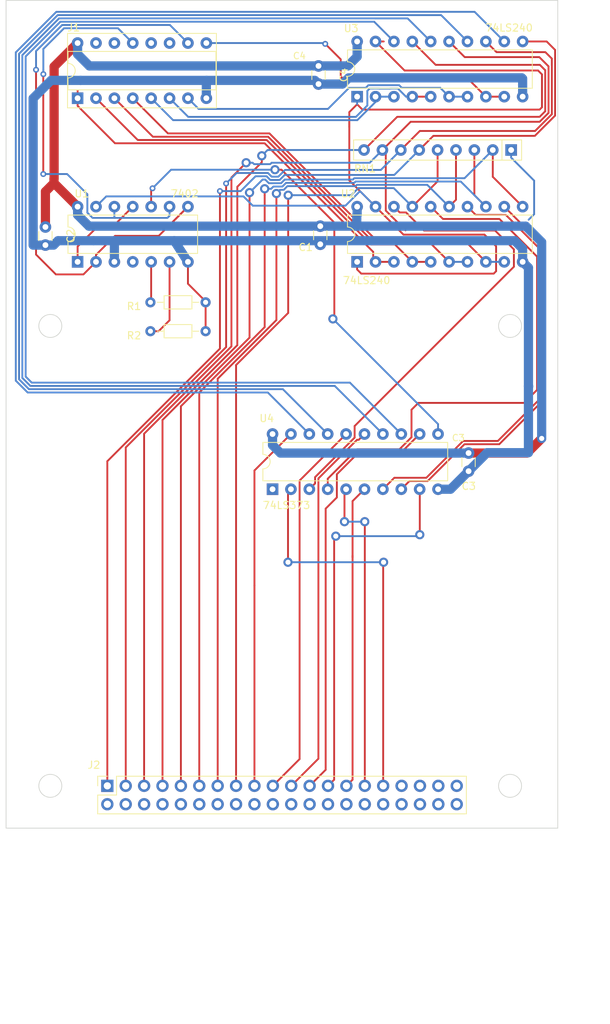
<source format=kicad_pcb>
(kicad_pcb (version 20171130) (host pcbnew "(5.1.2)-1")

  (general
    (thickness 1.6)
    (drawings 10)
    (tracks 502)
    (zones 0)
    (modules 13)
    (nets 71)
  )

  (page B)
  (layers
    (0 F.Cu signal)
    (31 B.Cu signal)
    (32 B.Adhes user)
    (33 F.Adhes user)
    (34 B.Paste user)
    (35 F.Paste user)
    (36 B.SilkS user)
    (37 F.SilkS user)
    (38 B.Mask user)
    (39 F.Mask user)
    (40 Dwgs.User user)
    (41 Cmts.User user)
    (42 Eco1.User user)
    (43 Eco2.User user)
    (44 Edge.Cuts user)
    (45 Margin user)
    (46 B.CrtYd user)
    (47 F.CrtYd user)
    (48 B.Fab user)
    (49 F.Fab user)
  )

  (setup
    (last_trace_width 0.254)
    (user_trace_width 0.254)
    (user_trace_width 0.508)
    (user_trace_width 1.27)
    (trace_clearance 0.2)
    (zone_clearance 0.508)
    (zone_45_only no)
    (trace_min 0.2)
    (via_size 0.8128)
    (via_drill 0.4064)
    (via_min_size 0.4)
    (via_min_drill 0.3)
    (user_via 1.27 0.7112)
    (uvia_size 0.3048)
    (uvia_drill 0.1016)
    (uvias_allowed no)
    (uvia_min_size 0.2)
    (uvia_min_drill 0.1)
    (edge_width 0.1)
    (segment_width 0.2)
    (pcb_text_width 0.3)
    (pcb_text_size 1.5 1.5)
    (mod_edge_width 0.15)
    (mod_text_size 1 1)
    (mod_text_width 0.15)
    (pad_size 3.9878 3.9878)
    (pad_drill 3.9878)
    (pad_to_mask_clearance 0)
    (aux_axis_origin 61.4172 179.1081)
    (grid_origin 209.4 88.8)
    (visible_elements 7FFFEFFF)
    (pcbplotparams
      (layerselection 0x010fc_ffffffff)
      (usegerberextensions false)
      (usegerberattributes false)
      (usegerberadvancedattributes false)
      (creategerberjobfile false)
      (excludeedgelayer true)
      (linewidth 0.100000)
      (plotframeref false)
      (viasonmask false)
      (mode 1)
      (useauxorigin false)
      (hpglpennumber 1)
      (hpglpenspeed 20)
      (hpglpendiameter 15.000000)
      (psnegative false)
      (psa4output false)
      (plotreference true)
      (plotvalue true)
      (plotinvisibletext false)
      (padsonsilk false)
      (subtractmaskfromsilk false)
      (outputformat 1)
      (mirror false)
      (drillshape 1)
      (scaleselection 1)
      (outputdirectory ""))
  )

  (net 0 "")
  (net 1 GND)
  (net 2 +5V)
  (net 3 /Row3)
  (net 4 /Row0)
  (net 5 /Row1)
  (net 6 /Row4)
  (net 7 /Row5)
  (net 8 /Row7)
  (net 9 /D7)
  (net 10 /D1)
  (net 11 /R_~W)
  (net 12 /D2)
  (net 13 /D3)
  (net 14 /D4)
  (net 15 /~KBE)
  (net 16 /D5)
  (net 17 /D6)
  (net 18 "Net-(R1-Pad1)")
  (net 19 "Net-(R2-Pad1)")
  (net 20 /Col0)
  (net 21 /Col1)
  (net 22 /Col2)
  (net 23 /Col3)
  (net 24 /Col4)
  (net 25 /Col5)
  (net 26 /Col6)
  (net 27 /Col7)
  (net 28 "Net-(U1-Pad1)")
  (net 29 "Net-(U1-Pad10)")
  (net 30 "Net-(U1-Pad4)")
  (net 31 "Net-(U1-Pad13)")
  (net 32 "Net-(U2-Pad18)")
  (net 33 "Net-(U2-Pad16)")
  (net 34 "Net-(U2-Pad14)")
  (net 35 "Net-(U2-Pad12)")
  (net 36 "Net-(U3-Pad12)")
  (net 37 "Net-(U3-Pad14)")
  (net 38 "Net-(U3-Pad16)")
  (net 39 "Net-(U3-Pad18)")
  (net 40 /Row6)
  (net 41 /Row2)
  (net 42 /D0)
  (net 43 /~SI)
  (net 44 /NI)
  (net 45 /~A1)
  (net 46 /~A0)
  (net 47 "Net-(J2-Pad40)")
  (net 48 "Net-(J2-Pad39)")
  (net 49 "Net-(J2-Pad38)")
  (net 50 "Net-(J2-Pad37)")
  (net 51 "Net-(J2-Pad36)")
  (net 52 "Net-(J2-Pad35)")
  (net 53 "Net-(J2-Pad34)")
  (net 54 "Net-(J2-Pad33)")
  (net 55 "Net-(J2-Pad32)")
  (net 56 "Net-(J2-Pad30)")
  (net 57 "Net-(J2-Pad28)")
  (net 58 "Net-(J2-Pad26)")
  (net 59 "Net-(J2-Pad24)")
  (net 60 "Net-(J2-Pad22)")
  (net 61 "Net-(J2-Pad20)")
  (net 62 "Net-(J2-Pad18)")
  (net 63 "Net-(J2-Pad16)")
  (net 64 "Net-(J2-Pad14)")
  (net 65 "Net-(J2-Pad12)")
  (net 66 "Net-(J2-Pad10)")
  (net 67 "Net-(J2-Pad8)")
  (net 68 "Net-(J2-Pad6)")
  (net 69 "Net-(J2-Pad4)")
  (net 70 "Net-(J2-Pad2)")

  (net_class Default "This is the default net class."
    (clearance 0.2)
    (trace_width 0.254)
    (via_dia 0.8128)
    (via_drill 0.4064)
    (uvia_dia 0.3048)
    (uvia_drill 0.1016)
    (diff_pair_width 0.2032)
    (diff_pair_gap 0.254)
    (add_net /Col1)
    (add_net /Col2)
    (add_net /Col3)
    (add_net /Col4)
    (add_net /Col5)
    (add_net /Col6)
    (add_net /Col7)
    (add_net /D0)
    (add_net /D1)
    (add_net /D2)
    (add_net /D3)
    (add_net /D4)
    (add_net /D5)
    (add_net /D6)
    (add_net /D7)
    (add_net /NI)
    (add_net /R_~W)
    (add_net /Row0)
    (add_net /Row1)
    (add_net /Row2)
    (add_net /Row3)
    (add_net /Row4)
    (add_net /Row5)
    (add_net /Row6)
    (add_net /Row7)
    (add_net /~A0)
    (add_net /~A1)
    (add_net /~KBE)
    (add_net /~SI)
    (add_net "Net-(J2-Pad10)")
    (add_net "Net-(J2-Pad12)")
    (add_net "Net-(J2-Pad14)")
    (add_net "Net-(J2-Pad16)")
    (add_net "Net-(J2-Pad18)")
    (add_net "Net-(J2-Pad2)")
    (add_net "Net-(J2-Pad20)")
    (add_net "Net-(J2-Pad22)")
    (add_net "Net-(J2-Pad24)")
    (add_net "Net-(J2-Pad26)")
    (add_net "Net-(J2-Pad28)")
    (add_net "Net-(J2-Pad30)")
    (add_net "Net-(J2-Pad32)")
    (add_net "Net-(J2-Pad33)")
    (add_net "Net-(J2-Pad34)")
    (add_net "Net-(J2-Pad35)")
    (add_net "Net-(J2-Pad36)")
    (add_net "Net-(J2-Pad37)")
    (add_net "Net-(J2-Pad38)")
    (add_net "Net-(J2-Pad39)")
    (add_net "Net-(J2-Pad4)")
    (add_net "Net-(J2-Pad40)")
    (add_net "Net-(J2-Pad6)")
    (add_net "Net-(J2-Pad8)")
    (add_net "Net-(R1-Pad1)")
    (add_net "Net-(R2-Pad1)")
    (add_net "Net-(U1-Pad1)")
    (add_net "Net-(U1-Pad10)")
    (add_net "Net-(U1-Pad13)")
    (add_net "Net-(U1-Pad4)")
    (add_net "Net-(U2-Pad12)")
    (add_net "Net-(U2-Pad14)")
    (add_net "Net-(U2-Pad16)")
    (add_net "Net-(U2-Pad18)")
    (add_net "Net-(U3-Pad12)")
    (add_net "Net-(U3-Pad14)")
    (add_net "Net-(U3-Pad16)")
    (add_net "Net-(U3-Pad18)")
  )

  (net_class power1 ""
    (clearance 0.254)
    (trace_width 1.27)
    (via_dia 1.27)
    (via_drill 0.7112)
    (uvia_dia 0.3048)
    (uvia_drill 0.1016)
    (diff_pair_width 0.2032)
    (diff_pair_gap 0.254)
    (add_net +5V)
    (add_net GND)
  )

  (net_class signal ""
    (clearance 0.2032)
    (trace_width 0.254)
    (via_dia 0.8128)
    (via_drill 0.4064)
    (uvia_dia 0.3048)
    (uvia_drill 0.1016)
    (diff_pair_width 0.2032)
    (diff_pair_gap 0.254)
    (add_net /Col0)
  )

  (module Resistor_THT:R_Axial_DIN0204_L3.6mm_D1.6mm_P7.62mm_Horizontal (layer F.Cu) (tedit 5AE5139B) (tstamp 5D0D78C0)
    (at 191.1985 106.3117)
    (descr "Resistor, Axial_DIN0204 series, Axial, Horizontal, pin pitch=7.62mm, 0.167W, length*diameter=3.6*1.6mm^2, http://cdn-reichelt.de/documents/datenblatt/B400/1_4W%23YAG.pdf")
    (tags "Resistor Axial_DIN0204 series Axial Horizontal pin pitch 7.62mm 0.167W length 3.6mm diameter 1.6mm")
    (path /5C09E3FF)
    (fp_text reference R1 (at -2.2733 0.5461) (layer F.SilkS)
      (effects (font (size 1 1) (thickness 0.15)))
    )
    (fp_text value "0 ohm" (at -0.6477 1.7653) (layer F.Fab)
      (effects (font (size 1 1) (thickness 0.15)))
    )
    (fp_text user %R (at 2.54 0) (layer F.Fab)
      (effects (font (size 1 1) (thickness 0.15)))
    )
    (fp_line (start 8.57 -1.05) (end -0.95 -1.05) (layer F.CrtYd) (width 0.05))
    (fp_line (start 8.57 1.05) (end 8.57 -1.05) (layer F.CrtYd) (width 0.05))
    (fp_line (start -0.95 1.05) (end 8.57 1.05) (layer F.CrtYd) (width 0.05))
    (fp_line (start -0.95 -1.05) (end -0.95 1.05) (layer F.CrtYd) (width 0.05))
    (fp_line (start 6.68 0) (end 5.73 0) (layer F.SilkS) (width 0.12))
    (fp_line (start 0.94 0) (end 1.89 0) (layer F.SilkS) (width 0.12))
    (fp_line (start 5.73 -0.92) (end 1.89 -0.92) (layer F.SilkS) (width 0.12))
    (fp_line (start 5.73 0.92) (end 5.73 -0.92) (layer F.SilkS) (width 0.12))
    (fp_line (start 1.89 0.92) (end 5.73 0.92) (layer F.SilkS) (width 0.12))
    (fp_line (start 1.89 -0.92) (end 1.89 0.92) (layer F.SilkS) (width 0.12))
    (fp_line (start 7.62 0) (end 5.61 0) (layer F.Fab) (width 0.1))
    (fp_line (start 0 0) (end 2.01 0) (layer F.Fab) (width 0.1))
    (fp_line (start 5.61 -0.8) (end 2.01 -0.8) (layer F.Fab) (width 0.1))
    (fp_line (start 5.61 0.8) (end 5.61 -0.8) (layer F.Fab) (width 0.1))
    (fp_line (start 2.01 0.8) (end 5.61 0.8) (layer F.Fab) (width 0.1))
    (fp_line (start 2.01 -0.8) (end 2.01 0.8) (layer F.Fab) (width 0.1))
    (pad 2 thru_hole oval (at 7.62 0) (size 1.4 1.4) (drill 0.7) (layers *.Cu *.Mask)
      (net 1 GND))
    (pad 1 thru_hole circle (at 0 0) (size 1.4 1.4) (drill 0.7) (layers *.Cu *.Mask)
      (net 18 "Net-(R1-Pad1)"))
    (model ${KISYS3DMOD}/Resistor_THT.3dshapes/R_Axial_DIN0204_L3.6mm_D1.6mm_P7.62mm_Horizontal.wrl
      (at (xyz 0 0 0))
      (scale (xyz 1 1 1))
      (rotate (xyz 0 0 0))
    )
  )

  (module Resistor_THT:R_Axial_DIN0204_L3.6mm_D1.6mm_P7.62mm_Horizontal (layer F.Cu) (tedit 5AE5139B) (tstamp 5D0D78D3)
    (at 191.1985 110.2995)
    (descr "Resistor, Axial_DIN0204 series, Axial, Horizontal, pin pitch=7.62mm, 0.167W, length*diameter=3.6*1.6mm^2, http://cdn-reichelt.de/documents/datenblatt/B400/1_4W%23YAG.pdf")
    (tags "Resistor Axial_DIN0204 series Axial Horizontal pin pitch 7.62mm 0.167W length 3.6mm diameter 1.6mm")
    (path /5C09E4C7)
    (fp_text reference R2 (at -2.2733 0.6096) (layer F.SilkS)
      (effects (font (size 1 1) (thickness 0.15)))
    )
    (fp_text value "0 ohm" (at -0.9271 1.8923) (layer F.Fab)
      (effects (font (size 1 1) (thickness 0.15)))
    )
    (fp_text user %R (at 2.54 0) (layer F.Fab)
      (effects (font (size 1 1) (thickness 0.15)))
    )
    (fp_line (start 8.57 -1.05) (end -0.95 -1.05) (layer F.CrtYd) (width 0.05))
    (fp_line (start 8.57 1.05) (end 8.57 -1.05) (layer F.CrtYd) (width 0.05))
    (fp_line (start -0.95 1.05) (end 8.57 1.05) (layer F.CrtYd) (width 0.05))
    (fp_line (start -0.95 -1.05) (end -0.95 1.05) (layer F.CrtYd) (width 0.05))
    (fp_line (start 6.68 0) (end 5.73 0) (layer F.SilkS) (width 0.12))
    (fp_line (start 0.94 0) (end 1.89 0) (layer F.SilkS) (width 0.12))
    (fp_line (start 5.73 -0.92) (end 1.89 -0.92) (layer F.SilkS) (width 0.12))
    (fp_line (start 5.73 0.92) (end 5.73 -0.92) (layer F.SilkS) (width 0.12))
    (fp_line (start 1.89 0.92) (end 5.73 0.92) (layer F.SilkS) (width 0.12))
    (fp_line (start 1.89 -0.92) (end 1.89 0.92) (layer F.SilkS) (width 0.12))
    (fp_line (start 7.62 0) (end 5.61 0) (layer F.Fab) (width 0.1))
    (fp_line (start 0 0) (end 2.01 0) (layer F.Fab) (width 0.1))
    (fp_line (start 5.61 -0.8) (end 2.01 -0.8) (layer F.Fab) (width 0.1))
    (fp_line (start 5.61 0.8) (end 5.61 -0.8) (layer F.Fab) (width 0.1))
    (fp_line (start 2.01 0.8) (end 5.61 0.8) (layer F.Fab) (width 0.1))
    (fp_line (start 2.01 -0.8) (end 2.01 0.8) (layer F.Fab) (width 0.1))
    (pad 2 thru_hole oval (at 7.62 0) (size 1.4 1.4) (drill 0.7) (layers *.Cu *.Mask)
      (net 1 GND))
    (pad 1 thru_hole circle (at 0 0) (size 1.4 1.4) (drill 0.7) (layers *.Cu *.Mask)
      (net 19 "Net-(R2-Pad1)"))
    (model ${KISYS3DMOD}/Resistor_THT.3dshapes/R_Axial_DIN0204_L3.6mm_D1.6mm_P7.62mm_Horizontal.wrl
      (at (xyz 0 0 0))
      (scale (xyz 1 1 1))
      (rotate (xyz 0 0 0))
    )
  )

  (module Capacitor_THT:C_Disc_D3.0mm_W1.6mm_P2.50mm (layer F.Cu) (tedit 5AE50EF0) (tstamp 5D0D6FA7)
    (at 214.6554 95.7961 270)
    (descr "C, Disc series, Radial, pin pitch=2.50mm, , diameter*width=3.0*1.6mm^2, Capacitor, http://www.vishay.com/docs/45233/krseries.pdf")
    (tags "C Disc series Radial pin pitch 2.50mm  diameter 3.0mm width 1.6mm Capacitor")
    (path /5BFE9C80)
    (fp_text reference C1 (at 2.921 2.0193 180) (layer F.SilkS)
      (effects (font (size 1 1) (thickness 0.15)))
    )
    (fp_text value "0.1 uF" (at 4.3307 0.6731 180) (layer F.Fab)
      (effects (font (size 1 1) (thickness 0.15)))
    )
    (fp_line (start -0.25 -0.8) (end -0.25 0.8) (layer F.Fab) (width 0.1))
    (fp_line (start -0.25 0.8) (end 2.75 0.8) (layer F.Fab) (width 0.1))
    (fp_line (start 2.75 0.8) (end 2.75 -0.8) (layer F.Fab) (width 0.1))
    (fp_line (start 2.75 -0.8) (end -0.25 -0.8) (layer F.Fab) (width 0.1))
    (fp_line (start 0.621 -0.92) (end 1.879 -0.92) (layer F.SilkS) (width 0.12))
    (fp_line (start 0.621 0.92) (end 1.879 0.92) (layer F.SilkS) (width 0.12))
    (fp_line (start -1.05 -1.05) (end -1.05 1.05) (layer F.CrtYd) (width 0.05))
    (fp_line (start -1.05 1.05) (end 3.55 1.05) (layer F.CrtYd) (width 0.05))
    (fp_line (start 3.55 1.05) (end 3.55 -1.05) (layer F.CrtYd) (width 0.05))
    (fp_line (start 3.55 -1.05) (end -1.05 -1.05) (layer F.CrtYd) (width 0.05))
    (fp_text user %R (at -1.75006 2.11836 180) (layer F.SilkS) hide
      (effects (font (size 0.9 0.9) (thickness 0.135)))
    )
    (pad 1 thru_hole circle (at 0 0 270) (size 1.6 1.6) (drill 0.8) (layers *.Cu *.Mask)
      (net 2 +5V))
    (pad 2 thru_hole circle (at 2.5 0 270) (size 1.6 1.6) (drill 0.8) (layers *.Cu *.Mask)
      (net 1 GND))
    (model ${KISYS3DMOD}/Capacitor_THT.3dshapes/C_Disc_D3.0mm_W1.6mm_P2.50mm.wrl
      (at (xyz 0 0 0))
      (scale (xyz 1 1 1))
      (rotate (xyz 0 0 0))
    )
  )

  (module Capacitor_THT:C_Disc_D3.0mm_W1.6mm_P2.50mm (layer F.Cu) (tedit 5AE50EF0) (tstamp 5D0D6FB5)
    (at 176.6951 95.9104 270)
    (descr "C, Disc series, Radial, pin pitch=2.50mm, , diameter*width=3.0*1.6mm^2, Capacitor, http://www.vishay.com/docs/45233/krseries.pdf")
    (tags "C Disc series Radial pin pitch 2.50mm  diameter 3.0mm width 1.6mm Capacitor")
    (path /5BFE9D13)
    (fp_text reference C2 (at 1.25 -3.5 90) (layer F.SilkS)
      (effects (font (size 1 1) (thickness 0.15)))
    )
    (fp_text value "0.1 uF" (at 1.27 -1.778 90) (layer F.Fab)
      (effects (font (size 1 1) (thickness 0.15)))
    )
    (fp_text user %R (at 4.191 -0.635 180) (layer F.SilkS) hide
      (effects (font (size 0.9 0.9) (thickness 0.135)))
    )
    (fp_line (start 3.55 -1.05) (end -1.05 -1.05) (layer F.CrtYd) (width 0.05))
    (fp_line (start 3.55 1.05) (end 3.55 -1.05) (layer F.CrtYd) (width 0.05))
    (fp_line (start -1.05 1.05) (end 3.55 1.05) (layer F.CrtYd) (width 0.05))
    (fp_line (start -1.05 -1.05) (end -1.05 1.05) (layer F.CrtYd) (width 0.05))
    (fp_line (start 0.621 0.92) (end 1.879 0.92) (layer F.SilkS) (width 0.12))
    (fp_line (start 0.621 -0.92) (end 1.879 -0.92) (layer F.SilkS) (width 0.12))
    (fp_line (start 2.75 -0.8) (end -0.25 -0.8) (layer F.Fab) (width 0.1))
    (fp_line (start 2.75 0.8) (end 2.75 -0.8) (layer F.Fab) (width 0.1))
    (fp_line (start -0.25 0.8) (end 2.75 0.8) (layer F.Fab) (width 0.1))
    (fp_line (start -0.25 -0.8) (end -0.25 0.8) (layer F.Fab) (width 0.1))
    (pad 2 thru_hole circle (at 2.5 0 270) (size 1.6 1.6) (drill 0.8) (layers *.Cu *.Mask)
      (net 1 GND))
    (pad 1 thru_hole circle (at 0 0 270) (size 1.6 1.6) (drill 0.8) (layers *.Cu *.Mask)
      (net 2 +5V))
    (model ${KISYS3DMOD}/Capacitor_THT.3dshapes/C_Disc_D3.0mm_W1.6mm_P2.50mm.wrl
      (at (xyz 0 0 0))
      (scale (xyz 1 1 1))
      (rotate (xyz 0 0 0))
    )
  )

  (module Capacitor_THT:C_Disc_D3.0mm_W1.6mm_P2.50mm (layer F.Cu) (tedit 5AE50EF0) (tstamp 5D0FD0A6)
    (at 214.4141 73.6727 270)
    (descr "C, Disc series, Radial, pin pitch=2.50mm, , diameter*width=3.0*1.6mm^2, Capacitor, http://www.vishay.com/docs/45233/krseries.pdf")
    (tags "C Disc series Radial pin pitch 2.50mm  diameter 3.0mm width 1.6mm Capacitor")
    (path /5BFF0898)
    (fp_text reference C4 (at 1.25 -3.5 90) (layer F.SilkS)
      (effects (font (size 1 1) (thickness 0.15)))
    )
    (fp_text value C (at 1.25 3.5 90) (layer F.Fab)
      (effects (font (size 1 1) (thickness 0.15)))
    )
    (fp_text user %R (at -1.39192 2.63652 180) (layer F.SilkS)
      (effects (font (size 0.9 0.9) (thickness 0.135)))
    )
    (fp_line (start 3.55 -1.05) (end -1.05 -1.05) (layer F.CrtYd) (width 0.05))
    (fp_line (start 3.55 1.05) (end 3.55 -1.05) (layer F.CrtYd) (width 0.05))
    (fp_line (start -1.05 1.05) (end 3.55 1.05) (layer F.CrtYd) (width 0.05))
    (fp_line (start -1.05 -1.05) (end -1.05 1.05) (layer F.CrtYd) (width 0.05))
    (fp_line (start 0.621 0.92) (end 1.879 0.92) (layer F.SilkS) (width 0.12))
    (fp_line (start 0.621 -0.92) (end 1.879 -0.92) (layer F.SilkS) (width 0.12))
    (fp_line (start 2.75 -0.8) (end -0.25 -0.8) (layer F.Fab) (width 0.1))
    (fp_line (start 2.75 0.8) (end 2.75 -0.8) (layer F.Fab) (width 0.1))
    (fp_line (start -0.25 0.8) (end 2.75 0.8) (layer F.Fab) (width 0.1))
    (fp_line (start -0.25 -0.8) (end -0.25 0.8) (layer F.Fab) (width 0.1))
    (pad 2 thru_hole circle (at 2.5 0 270) (size 1.6 1.6) (drill 0.8) (layers *.Cu *.Mask)
      (net 1 GND))
    (pad 1 thru_hole circle (at 0 0 270) (size 1.6 1.6) (drill 0.8) (layers *.Cu *.Mask)
      (net 2 +5V))
    (model ${KISYS3DMOD}/Capacitor_THT.3dshapes/C_Disc_D3.0mm_W1.6mm_P2.50mm.wrl
      (at (xyz 0 0 0))
      (scale (xyz 1 1 1))
      (rotate (xyz 0 0 0))
    )
  )

  (module Capacitor_THT:C_Disc_D3.0mm_W1.6mm_P2.50mm (layer F.Cu) (tedit 5AE50EF0) (tstamp 5D0D6FC3)
    (at 235.1405 127.127 270)
    (descr "C, Disc series, Radial, pin pitch=2.50mm, , diameter*width=3.0*1.6mm^2, Capacitor, http://www.vishay.com/docs/45233/krseries.pdf")
    (tags "C Disc series Radial pin pitch 2.50mm  diameter 3.0mm width 1.6mm Capacitor")
    (path /5BFF0892)
    (fp_text reference C3 (at 4.572 -0.0254 180) (layer F.SilkS)
      (effects (font (size 1 1) (thickness 0.15)))
    )
    (fp_text value "0.1 uF" (at 6.0325 -1.651 180) (layer F.Fab)
      (effects (font (size 1 1) (thickness 0.15)))
    )
    (fp_text user %R (at -2.09296 1.41478 180) (layer F.SilkS)
      (effects (font (size 0.9 0.9) (thickness 0.135)))
    )
    (fp_line (start 3.55 -1.05) (end -1.05 -1.05) (layer F.CrtYd) (width 0.05))
    (fp_line (start 3.55 1.05) (end 3.55 -1.05) (layer F.CrtYd) (width 0.05))
    (fp_line (start -1.05 1.05) (end 3.55 1.05) (layer F.CrtYd) (width 0.05))
    (fp_line (start -1.05 -1.05) (end -1.05 1.05) (layer F.CrtYd) (width 0.05))
    (fp_line (start 0.621 0.92) (end 1.879 0.92) (layer F.SilkS) (width 0.12))
    (fp_line (start 0.621 -0.92) (end 1.879 -0.92) (layer F.SilkS) (width 0.12))
    (fp_line (start 2.75 -0.8) (end -0.25 -0.8) (layer F.Fab) (width 0.1))
    (fp_line (start 2.75 0.8) (end 2.75 -0.8) (layer F.Fab) (width 0.1))
    (fp_line (start -0.25 0.8) (end 2.75 0.8) (layer F.Fab) (width 0.1))
    (fp_line (start -0.25 -0.8) (end -0.25 0.8) (layer F.Fab) (width 0.1))
    (pad 2 thru_hole circle (at 2.5 0 270) (size 1.6 1.6) (drill 0.8) (layers *.Cu *.Mask)
      (net 1 GND))
    (pad 1 thru_hole circle (at 0 0 270) (size 1.6 1.6) (drill 0.8) (layers *.Cu *.Mask)
      (net 2 +5V))
    (model ${KISYS3DMOD}/Capacitor_THT.3dshapes/C_Disc_D3.0mm_W1.6mm_P2.50mm.wrl
      (at (xyz 0 0 0))
      (scale (xyz 1 1 1))
      (rotate (xyz 0 0 0))
    )
  )

  (module Package_DIP:DIP-20_W7.62mm (layer F.Cu) (tedit 5A02E8C5) (tstamp 5D216044)
    (at 208.0641 132.1181 90)
    (descr "20-lead though-hole mounted DIP package, row spacing 7.62 mm (300 mils)")
    (tags "THT DIP DIL PDIP 2.54mm 7.62mm 300mil")
    (path /5BCB954C)
    (fp_text reference U4 (at 9.779 -0.8001 180) (layer F.SilkS)
      (effects (font (size 1 1) (thickness 0.15)))
    )
    (fp_text value 74LS373 (at -2.2225 1.9304) (layer F.SilkS)
      (effects (font (size 1 1) (thickness 0.15)))
    )
    (fp_arc (start 3.81 -1.33) (end 2.81 -1.33) (angle -180) (layer F.SilkS) (width 0.12))
    (fp_line (start 1.635 -1.27) (end 6.985 -1.27) (layer F.Fab) (width 0.1))
    (fp_line (start 6.985 -1.27) (end 6.985 24.13) (layer F.Fab) (width 0.1))
    (fp_line (start 6.985 24.13) (end 0.635 24.13) (layer F.Fab) (width 0.1))
    (fp_line (start 0.635 24.13) (end 0.635 -0.27) (layer F.Fab) (width 0.1))
    (fp_line (start 0.635 -0.27) (end 1.635 -1.27) (layer F.Fab) (width 0.1))
    (fp_line (start 2.81 -1.33) (end 1.16 -1.33) (layer F.SilkS) (width 0.12))
    (fp_line (start 1.16 -1.33) (end 1.16 24.19) (layer F.SilkS) (width 0.12))
    (fp_line (start 1.16 24.19) (end 6.46 24.19) (layer F.SilkS) (width 0.12))
    (fp_line (start 6.46 24.19) (end 6.46 -1.33) (layer F.SilkS) (width 0.12))
    (fp_line (start 6.46 -1.33) (end 4.81 -1.33) (layer F.SilkS) (width 0.12))
    (fp_line (start -1.1 -1.55) (end -1.1 24.4) (layer F.CrtYd) (width 0.05))
    (fp_line (start -1.1 24.4) (end 8.7 24.4) (layer F.CrtYd) (width 0.05))
    (fp_line (start 8.7 24.4) (end 8.7 -1.55) (layer F.CrtYd) (width 0.05))
    (fp_line (start 8.7 -1.55) (end -1.1 -1.55) (layer F.CrtYd) (width 0.05))
    (fp_text user %R (at 7.07136 -2.72542) (layer F.SilkS) hide
      (effects (font (size 1 1) (thickness 0.15)))
    )
    (pad 1 thru_hole rect (at 0 0 90) (size 1.6 1.6) (drill 0.8) (layers *.Cu *.Mask)
      (net 1 GND))
    (pad 11 thru_hole oval (at 7.62 22.86 90) (size 1.6 1.6) (drill 0.8) (layers *.Cu *.Mask)
      (net 29 "Net-(U1-Pad10)"))
    (pad 2 thru_hole oval (at 0 2.54 90) (size 1.6 1.6) (drill 0.8) (layers *.Cu *.Mask)
      (net 4 /Row0))
    (pad 12 thru_hole oval (at 7.62 20.32 90) (size 1.6 1.6) (drill 0.8) (layers *.Cu *.Mask)
      (net 6 /Row4))
    (pad 3 thru_hole oval (at 0 5.08 90) (size 1.6 1.6) (drill 0.8) (layers *.Cu *.Mask)
      (net 32 "Net-(U2-Pad18)"))
    (pad 13 thru_hole oval (at 7.62 17.78 90) (size 1.6 1.6) (drill 0.8) (layers *.Cu *.Mask)
      (net 39 "Net-(U3-Pad18)"))
    (pad 4 thru_hole oval (at 0 7.62 90) (size 1.6 1.6) (drill 0.8) (layers *.Cu *.Mask)
      (net 33 "Net-(U2-Pad16)"))
    (pad 14 thru_hole oval (at 7.62 15.24 90) (size 1.6 1.6) (drill 0.8) (layers *.Cu *.Mask)
      (net 38 "Net-(U3-Pad16)"))
    (pad 5 thru_hole oval (at 0 10.16 90) (size 1.6 1.6) (drill 0.8) (layers *.Cu *.Mask)
      (net 5 /Row1))
    (pad 15 thru_hole oval (at 7.62 12.7 90) (size 1.6 1.6) (drill 0.8) (layers *.Cu *.Mask)
      (net 7 /Row5))
    (pad 6 thru_hole oval (at 0 12.7 90) (size 1.6 1.6) (drill 0.8) (layers *.Cu *.Mask)
      (net 41 /Row2))
    (pad 16 thru_hole oval (at 7.62 10.16 90) (size 1.6 1.6) (drill 0.8) (layers *.Cu *.Mask)
      (net 40 /Row6))
    (pad 7 thru_hole oval (at 0 15.24 90) (size 1.6 1.6) (drill 0.8) (layers *.Cu *.Mask)
      (net 34 "Net-(U2-Pad14)"))
    (pad 17 thru_hole oval (at 7.62 7.62 90) (size 1.6 1.6) (drill 0.8) (layers *.Cu *.Mask)
      (net 37 "Net-(U3-Pad14)"))
    (pad 8 thru_hole oval (at 0 17.78 90) (size 1.6 1.6) (drill 0.8) (layers *.Cu *.Mask)
      (net 35 "Net-(U2-Pad12)"))
    (pad 18 thru_hole oval (at 7.62 5.08 90) (size 1.6 1.6) (drill 0.8) (layers *.Cu *.Mask)
      (net 36 "Net-(U3-Pad12)"))
    (pad 9 thru_hole oval (at 0 20.32 90) (size 1.6 1.6) (drill 0.8) (layers *.Cu *.Mask)
      (net 3 /Row3))
    (pad 19 thru_hole oval (at 7.62 2.54 90) (size 1.6 1.6) (drill 0.8) (layers *.Cu *.Mask)
      (net 8 /Row7))
    (pad 10 thru_hole oval (at 0 22.86 90) (size 1.6 1.6) (drill 0.8) (layers *.Cu *.Mask)
      (net 1 GND))
    (pad 20 thru_hole oval (at 7.62 0 90) (size 1.6 1.6) (drill 0.8) (layers *.Cu *.Mask)
      (net 2 +5V))
    (model ${KISYS3DMOD}/Package_DIP.3dshapes/DIP-20_W7.62mm.wrl
      (at (xyz 0 0 0))
      (scale (xyz 1 1 1))
      (rotate (xyz 0 0 0))
    )
  )

  (module Connector_PinSocket_2.54mm:PinSocket_2x20_P2.54mm_Vertical (layer F.Cu) (tedit 5A19A433) (tstamp 5D215268)
    (at 185.246 173.0756 90)
    (descr "Through hole straight socket strip, 2x20, 2.54mm pitch, double cols (from Kicad 4.0.7), script generated")
    (tags "Through hole socket strip THT 2x20 2.54mm double row")
    (path /5D1EDC84)
    (fp_text reference J2 (at 2.8756 -1.846 180) (layer F.SilkS)
      (effects (font (size 1 1) (thickness 0.15)))
    )
    (fp_text value Conn_02x20_Odd_Even (at -4.9244 45.954 180) (layer F.Fab)
      (effects (font (size 1 1) (thickness 0.15)))
    )
    (fp_line (start -3.81 -1.27) (end 0.27 -1.27) (layer F.Fab) (width 0.1))
    (fp_line (start 0.27 -1.27) (end 1.27 -0.27) (layer F.Fab) (width 0.1))
    (fp_line (start 1.27 -0.27) (end 1.27 49.53) (layer F.Fab) (width 0.1))
    (fp_line (start 1.27 49.53) (end -3.81 49.53) (layer F.Fab) (width 0.1))
    (fp_line (start -3.81 49.53) (end -3.81 -1.27) (layer F.Fab) (width 0.1))
    (fp_line (start -3.87 -1.33) (end -1.27 -1.33) (layer F.SilkS) (width 0.12))
    (fp_line (start -3.87 -1.33) (end -3.87 49.59) (layer F.SilkS) (width 0.12))
    (fp_line (start -3.87 49.59) (end 1.33 49.59) (layer F.SilkS) (width 0.12))
    (fp_line (start 1.33 1.27) (end 1.33 49.59) (layer F.SilkS) (width 0.12))
    (fp_line (start -1.27 1.27) (end 1.33 1.27) (layer F.SilkS) (width 0.12))
    (fp_line (start -1.27 -1.33) (end -1.27 1.27) (layer F.SilkS) (width 0.12))
    (fp_line (start 1.33 -1.33) (end 1.33 0) (layer F.SilkS) (width 0.12))
    (fp_line (start 0 -1.33) (end 1.33 -1.33) (layer F.SilkS) (width 0.12))
    (fp_line (start -4.34 -1.8) (end 1.76 -1.8) (layer F.CrtYd) (width 0.05))
    (fp_line (start 1.76 -1.8) (end 1.76 50) (layer F.CrtYd) (width 0.05))
    (fp_line (start 1.76 50) (end -4.34 50) (layer F.CrtYd) (width 0.05))
    (fp_line (start -4.34 50) (end -4.34 -1.8) (layer F.CrtYd) (width 0.05))
    (fp_text user %R (at -1.27 24.13) (layer F.Fab)
      (effects (font (size 1 1) (thickness 0.15)))
    )
    (pad 1 thru_hole rect (at 0 0 90) (size 1.7 1.7) (drill 1) (layers *.Cu *.Mask)
      (net 27 /Col7))
    (pad 2 thru_hole oval (at -2.54 0 90) (size 1.7 1.7) (drill 1) (layers *.Cu *.Mask)
      (net 70 "Net-(J2-Pad2)"))
    (pad 3 thru_hole oval (at 0 2.54 90) (size 1.7 1.7) (drill 1) (layers *.Cu *.Mask)
      (net 26 /Col6))
    (pad 4 thru_hole oval (at -2.54 2.54 90) (size 1.7 1.7) (drill 1) (layers *.Cu *.Mask)
      (net 69 "Net-(J2-Pad4)"))
    (pad 5 thru_hole oval (at 0 5.08 90) (size 1.7 1.7) (drill 1) (layers *.Cu *.Mask)
      (net 25 /Col5))
    (pad 6 thru_hole oval (at -2.54 5.08 90) (size 1.7 1.7) (drill 1) (layers *.Cu *.Mask)
      (net 68 "Net-(J2-Pad6)"))
    (pad 7 thru_hole oval (at 0 7.62 90) (size 1.7 1.7) (drill 1) (layers *.Cu *.Mask)
      (net 24 /Col4))
    (pad 8 thru_hole oval (at -2.54 7.62 90) (size 1.7 1.7) (drill 1) (layers *.Cu *.Mask)
      (net 67 "Net-(J2-Pad8)"))
    (pad 9 thru_hole oval (at 0 10.16 90) (size 1.7 1.7) (drill 1) (layers *.Cu *.Mask)
      (net 23 /Col3))
    (pad 10 thru_hole oval (at -2.54 10.16 90) (size 1.7 1.7) (drill 1) (layers *.Cu *.Mask)
      (net 66 "Net-(J2-Pad10)"))
    (pad 11 thru_hole oval (at 0 12.7 90) (size 1.7 1.7) (drill 1) (layers *.Cu *.Mask)
      (net 22 /Col2))
    (pad 12 thru_hole oval (at -2.54 12.7 90) (size 1.7 1.7) (drill 1) (layers *.Cu *.Mask)
      (net 65 "Net-(J2-Pad12)"))
    (pad 13 thru_hole oval (at 0 15.24 90) (size 1.7 1.7) (drill 1) (layers *.Cu *.Mask)
      (net 21 /Col1))
    (pad 14 thru_hole oval (at -2.54 15.24 90) (size 1.7 1.7) (drill 1) (layers *.Cu *.Mask)
      (net 64 "Net-(J2-Pad14)"))
    (pad 15 thru_hole oval (at 0 17.78 90) (size 1.7 1.7) (drill 1) (layers *.Cu *.Mask)
      (net 20 /Col0))
    (pad 16 thru_hole oval (at -2.54 17.78 90) (size 1.7 1.7) (drill 1) (layers *.Cu *.Mask)
      (net 63 "Net-(J2-Pad16)"))
    (pad 17 thru_hole oval (at 0 20.32 90) (size 1.7 1.7) (drill 1) (layers *.Cu *.Mask)
      (net 8 /Row7))
    (pad 18 thru_hole oval (at -2.54 20.32 90) (size 1.7 1.7) (drill 1) (layers *.Cu *.Mask)
      (net 62 "Net-(J2-Pad18)"))
    (pad 19 thru_hole oval (at 0 22.86 90) (size 1.7 1.7) (drill 1) (layers *.Cu *.Mask)
      (net 40 /Row6))
    (pad 20 thru_hole oval (at -2.54 22.86 90) (size 1.7 1.7) (drill 1) (layers *.Cu *.Mask)
      (net 61 "Net-(J2-Pad20)"))
    (pad 21 thru_hole oval (at 0 25.4 90) (size 1.7 1.7) (drill 1) (layers *.Cu *.Mask)
      (net 7 /Row5))
    (pad 22 thru_hole oval (at -2.54 25.4 90) (size 1.7 1.7) (drill 1) (layers *.Cu *.Mask)
      (net 60 "Net-(J2-Pad22)"))
    (pad 23 thru_hole oval (at 0 27.94 90) (size 1.7 1.7) (drill 1) (layers *.Cu *.Mask)
      (net 6 /Row4))
    (pad 24 thru_hole oval (at -2.54 27.94 90) (size 1.7 1.7) (drill 1) (layers *.Cu *.Mask)
      (net 59 "Net-(J2-Pad24)"))
    (pad 25 thru_hole oval (at 0 30.48 90) (size 1.7 1.7) (drill 1) (layers *.Cu *.Mask)
      (net 3 /Row3))
    (pad 26 thru_hole oval (at -2.54 30.48 90) (size 1.7 1.7) (drill 1) (layers *.Cu *.Mask)
      (net 58 "Net-(J2-Pad26)"))
    (pad 27 thru_hole oval (at 0 33.02 90) (size 1.7 1.7) (drill 1) (layers *.Cu *.Mask)
      (net 41 /Row2))
    (pad 28 thru_hole oval (at -2.54 33.02 90) (size 1.7 1.7) (drill 1) (layers *.Cu *.Mask)
      (net 57 "Net-(J2-Pad28)"))
    (pad 29 thru_hole oval (at 0 35.56 90) (size 1.7 1.7) (drill 1) (layers *.Cu *.Mask)
      (net 5 /Row1))
    (pad 30 thru_hole oval (at -2.54 35.56 90) (size 1.7 1.7) (drill 1) (layers *.Cu *.Mask)
      (net 56 "Net-(J2-Pad30)"))
    (pad 31 thru_hole oval (at 0 38.1 90) (size 1.7 1.7) (drill 1) (layers *.Cu *.Mask)
      (net 4 /Row0))
    (pad 32 thru_hole oval (at -2.54 38.1 90) (size 1.7 1.7) (drill 1) (layers *.Cu *.Mask)
      (net 55 "Net-(J2-Pad32)"))
    (pad 33 thru_hole oval (at 0 40.64 90) (size 1.7 1.7) (drill 1) (layers *.Cu *.Mask)
      (net 54 "Net-(J2-Pad33)"))
    (pad 34 thru_hole oval (at -2.54 40.64 90) (size 1.7 1.7) (drill 1) (layers *.Cu *.Mask)
      (net 53 "Net-(J2-Pad34)"))
    (pad 35 thru_hole oval (at 0 43.18 90) (size 1.7 1.7) (drill 1) (layers *.Cu *.Mask)
      (net 52 "Net-(J2-Pad35)"))
    (pad 36 thru_hole oval (at -2.54 43.18 90) (size 1.7 1.7) (drill 1) (layers *.Cu *.Mask)
      (net 51 "Net-(J2-Pad36)"))
    (pad 37 thru_hole oval (at 0 45.72 90) (size 1.7 1.7) (drill 1) (layers *.Cu *.Mask)
      (net 50 "Net-(J2-Pad37)"))
    (pad 38 thru_hole oval (at -2.54 45.72 90) (size 1.7 1.7) (drill 1) (layers *.Cu *.Mask)
      (net 49 "Net-(J2-Pad38)"))
    (pad 39 thru_hole oval (at 0 48.26 90) (size 1.7 1.7) (drill 1) (layers *.Cu *.Mask)
      (net 48 "Net-(J2-Pad39)"))
    (pad 40 thru_hole oval (at -2.54 48.26 90) (size 1.7 1.7) (drill 1) (layers *.Cu *.Mask)
      (net 47 "Net-(J2-Pad40)"))
    (model ${KISYS3DMOD}/Connector_PinSocket_2.54mm.3dshapes/PinSocket_2x20_P2.54mm_Vertical.wrl
      (at (xyz 0 0 0))
      (scale (xyz 1 1 1))
      (rotate (xyz 0 0 0))
    )
  )

  (module Resistor_THT:R_Array_SIP9 (layer F.Cu) (tedit 5A14249F) (tstamp 5D0D78EF)
    (at 241.0206 85.2805 180)
    (descr "9-pin Resistor SIP pack")
    (tags R)
    (path /5C0319BC)
    (fp_text reference RN1 (at 20.1803 -2.5654) (layer F.SilkS)
      (effects (font (size 1 1) (thickness 0.15)))
    )
    (fp_text value 4.7k (at 11.43 2.4) (layer F.Fab)
      (effects (font (size 1 1) (thickness 0.15)))
    )
    (fp_text user %R (at 10.16 0) (layer F.Fab)
      (effects (font (size 1 1) (thickness 0.15)))
    )
    (fp_line (start -1.29 -1.25) (end -1.29 1.25) (layer F.Fab) (width 0.1))
    (fp_line (start -1.29 1.25) (end 21.61 1.25) (layer F.Fab) (width 0.1))
    (fp_line (start 21.61 1.25) (end 21.61 -1.25) (layer F.Fab) (width 0.1))
    (fp_line (start 21.61 -1.25) (end -1.29 -1.25) (layer F.Fab) (width 0.1))
    (fp_line (start 1.27 -1.25) (end 1.27 1.25) (layer F.Fab) (width 0.1))
    (fp_line (start -1.44 -1.4) (end -1.44 1.4) (layer F.SilkS) (width 0.12))
    (fp_line (start -1.44 1.4) (end 21.76 1.4) (layer F.SilkS) (width 0.12))
    (fp_line (start 21.76 1.4) (end 21.76 -1.4) (layer F.SilkS) (width 0.12))
    (fp_line (start 21.76 -1.4) (end -1.44 -1.4) (layer F.SilkS) (width 0.12))
    (fp_line (start 1.27 -1.4) (end 1.27 1.4) (layer F.SilkS) (width 0.12))
    (fp_line (start -1.7 -1.65) (end -1.7 1.65) (layer F.CrtYd) (width 0.05))
    (fp_line (start -1.7 1.65) (end 22.05 1.65) (layer F.CrtYd) (width 0.05))
    (fp_line (start 22.05 1.65) (end 22.05 -1.65) (layer F.CrtYd) (width 0.05))
    (fp_line (start 22.05 -1.65) (end -1.7 -1.65) (layer F.CrtYd) (width 0.05))
    (pad 1 thru_hole rect (at 0 0 180) (size 1.6 1.6) (drill 0.8) (layers *.Cu *.Mask)
      (net 2 +5V))
    (pad 2 thru_hole oval (at 2.54 0 180) (size 1.6 1.6) (drill 0.8) (layers *.Cu *.Mask)
      (net 23 /Col3))
    (pad 3 thru_hole oval (at 5.08 0 180) (size 1.6 1.6) (drill 0.8) (layers *.Cu *.Mask)
      (net 22 /Col2))
    (pad 4 thru_hole oval (at 7.62 0 180) (size 1.6 1.6) (drill 0.8) (layers *.Cu *.Mask)
      (net 21 /Col1))
    (pad 5 thru_hole oval (at 10.16 0 180) (size 1.6 1.6) (drill 0.8) (layers *.Cu *.Mask)
      (net 20 /Col0))
    (pad 6 thru_hole oval (at 12.7 0 180) (size 1.6 1.6) (drill 0.8) (layers *.Cu *.Mask)
      (net 27 /Col7))
    (pad 7 thru_hole oval (at 15.24 0 180) (size 1.6 1.6) (drill 0.8) (layers *.Cu *.Mask)
      (net 26 /Col6))
    (pad 8 thru_hole oval (at 17.78 0 180) (size 1.6 1.6) (drill 0.8) (layers *.Cu *.Mask)
      (net 25 /Col5))
    (pad 9 thru_hole oval (at 20.32 0 180) (size 1.6 1.6) (drill 0.8) (layers *.Cu *.Mask)
      (net 24 /Col4))
    (model ${KISYS3DMOD}/Resistor_THT.3dshapes/R_Array_SIP9.wrl
      (at (xyz 0 0 0))
      (scale (xyz 1 1 1))
      (rotate (xyz 0 0 0))
    )
  )

  (module Package_DIP:DIP-16_W7.62mm_Socket (layer F.Cu) (tedit 5A02E8C5) (tstamp 5D0D78AD)
    (at 181.1401 78.1304 90)
    (descr "16-lead though-hole mounted DIP package, row spacing 7.62 mm (300 mils), Socket")
    (tags "THT DIP DIL PDIP 2.54mm 7.62mm 300mil Socket")
    (path /5BCB9E1D)
    (fp_text reference J1 (at 9.7409 -0.5334 180) (layer F.SilkS)
      (effects (font (size 1 1) (thickness 0.15)))
    )
    (fp_text value Conn_01x16 (at 3.81 20.11 90) (layer F.Fab)
      (effects (font (size 1 1) (thickness 0.15)))
    )
    (fp_text user %R (at 9.50214 -0.78486 180) (layer F.SilkS) hide
      (effects (font (size 1 1) (thickness 0.15)))
    )
    (fp_line (start 9.15 -1.6) (end -1.55 -1.6) (layer F.CrtYd) (width 0.05))
    (fp_line (start 9.15 19.4) (end 9.15 -1.6) (layer F.CrtYd) (width 0.05))
    (fp_line (start -1.55 19.4) (end 9.15 19.4) (layer F.CrtYd) (width 0.05))
    (fp_line (start -1.55 -1.6) (end -1.55 19.4) (layer F.CrtYd) (width 0.05))
    (fp_line (start 8.95 -1.39) (end -1.33 -1.39) (layer F.SilkS) (width 0.12))
    (fp_line (start 8.95 19.17) (end 8.95 -1.39) (layer F.SilkS) (width 0.12))
    (fp_line (start -1.33 19.17) (end 8.95 19.17) (layer F.SilkS) (width 0.12))
    (fp_line (start -1.33 -1.39) (end -1.33 19.17) (layer F.SilkS) (width 0.12))
    (fp_line (start 6.46 -1.33) (end 4.81 -1.33) (layer F.SilkS) (width 0.12))
    (fp_line (start 6.46 19.11) (end 6.46 -1.33) (layer F.SilkS) (width 0.12))
    (fp_line (start 1.16 19.11) (end 6.46 19.11) (layer F.SilkS) (width 0.12))
    (fp_line (start 1.16 -1.33) (end 1.16 19.11) (layer F.SilkS) (width 0.12))
    (fp_line (start 2.81 -1.33) (end 1.16 -1.33) (layer F.SilkS) (width 0.12))
    (fp_line (start 8.89 -1.33) (end -1.27 -1.33) (layer F.Fab) (width 0.1))
    (fp_line (start 8.89 19.11) (end 8.89 -1.33) (layer F.Fab) (width 0.1))
    (fp_line (start -1.27 19.11) (end 8.89 19.11) (layer F.Fab) (width 0.1))
    (fp_line (start -1.27 -1.33) (end -1.27 19.11) (layer F.Fab) (width 0.1))
    (fp_line (start 0.635 -0.27) (end 1.635 -1.27) (layer F.Fab) (width 0.1))
    (fp_line (start 0.635 19.05) (end 0.635 -0.27) (layer F.Fab) (width 0.1))
    (fp_line (start 6.985 19.05) (end 0.635 19.05) (layer F.Fab) (width 0.1))
    (fp_line (start 6.985 -1.27) (end 6.985 19.05) (layer F.Fab) (width 0.1))
    (fp_line (start 1.635 -1.27) (end 6.985 -1.27) (layer F.Fab) (width 0.1))
    (fp_arc (start 3.81 -1.33) (end 2.81 -1.33) (angle -180) (layer F.SilkS) (width 0.12))
    (pad 16 thru_hole oval (at 7.62 0 90) (size 1.6 1.6) (drill 0.8) (layers *.Cu *.Mask)
      (net 2 +5V))
    (pad 8 thru_hole oval (at 0 17.78 90) (size 1.6 1.6) (drill 0.8) (layers *.Cu *.Mask)
      (net 1 GND))
    (pad 15 thru_hole oval (at 7.62 2.54 90) (size 1.6 1.6) (drill 0.8) (layers *.Cu *.Mask)
      (net 43 /~SI))
    (pad 7 thru_hole oval (at 0 15.24 90) (size 1.6 1.6) (drill 0.8) (layers *.Cu *.Mask)
      (net 17 /D6))
    (pad 14 thru_hole oval (at 7.62 5.08 90) (size 1.6 1.6) (drill 0.8) (layers *.Cu *.Mask)
      (net 44 /NI))
    (pad 6 thru_hole oval (at 0 12.7 90) (size 1.6 1.6) (drill 0.8) (layers *.Cu *.Mask)
      (net 16 /D5))
    (pad 13 thru_hole oval (at 7.62 7.62 90) (size 1.6 1.6) (drill 0.8) (layers *.Cu *.Mask)
      (net 15 /~KBE))
    (pad 5 thru_hole oval (at 0 10.16 90) (size 1.6 1.6) (drill 0.8) (layers *.Cu *.Mask)
      (net 14 /D4))
    (pad 12 thru_hole oval (at 7.62 10.16 90) (size 1.6 1.6) (drill 0.8) (layers *.Cu *.Mask)
      (net 45 /~A1))
    (pad 4 thru_hole oval (at 0 7.62 90) (size 1.6 1.6) (drill 0.8) (layers *.Cu *.Mask)
      (net 13 /D3))
    (pad 11 thru_hole oval (at 7.62 12.7 90) (size 1.6 1.6) (drill 0.8) (layers *.Cu *.Mask)
      (net 46 /~A0))
    (pad 3 thru_hole oval (at 0 5.08 90) (size 1.6 1.6) (drill 0.8) (layers *.Cu *.Mask)
      (net 12 /D2))
    (pad 10 thru_hole oval (at 7.62 15.24 90) (size 1.6 1.6) (drill 0.8) (layers *.Cu *.Mask)
      (net 11 /R_~W))
    (pad 2 thru_hole oval (at 0 2.54 90) (size 1.6 1.6) (drill 0.8) (layers *.Cu *.Mask)
      (net 10 /D1))
    (pad 9 thru_hole oval (at 7.62 17.78 90) (size 1.6 1.6) (drill 0.8) (layers *.Cu *.Mask)
      (net 9 /D7))
    (pad 1 thru_hole rect (at 0 0 90) (size 1.6 1.6) (drill 0.8) (layers *.Cu *.Mask)
      (net 42 /D0))
    (model ${KISYS3DMOD}/Package_DIP.3dshapes/DIP-16_W7.62mm_Socket.wrl
      (at (xyz 0 0 0))
      (scale (xyz 1 1 1))
      (rotate (xyz 0 0 0))
    )
  )

  (module Package_DIP:DIP-14_W7.62mm (layer F.Cu) (tedit 5A02E8C5) (tstamp 5D0F9C53)
    (at 181.1401 100.7237 90)
    (descr "14-lead though-hole mounted DIP package, row spacing 7.62 mm (300 mils)")
    (tags "THT DIP DIL PDIP 2.54mm 7.62mm 300mil")
    (path /5BCB96EA)
    (fp_text reference U1 (at 9.4107 0.5842 180) (layer F.SilkS)
      (effects (font (size 1 1) (thickness 0.15)))
    )
    (fp_text value 7402 (at 9.42086 14.79042 180) (layer F.SilkS)
      (effects (font (size 1 1) (thickness 0.15)))
    )
    (fp_arc (start 3.81 -1.33) (end 2.81 -1.33) (angle -180) (layer F.SilkS) (width 0.12))
    (fp_line (start 1.635 -1.27) (end 6.985 -1.27) (layer F.Fab) (width 0.1))
    (fp_line (start 6.985 -1.27) (end 6.985 16.51) (layer F.Fab) (width 0.1))
    (fp_line (start 6.985 16.51) (end 0.635 16.51) (layer F.Fab) (width 0.1))
    (fp_line (start 0.635 16.51) (end 0.635 -0.27) (layer F.Fab) (width 0.1))
    (fp_line (start 0.635 -0.27) (end 1.635 -1.27) (layer F.Fab) (width 0.1))
    (fp_line (start 2.81 -1.33) (end 1.16 -1.33) (layer F.SilkS) (width 0.12))
    (fp_line (start 1.16 -1.33) (end 1.16 16.57) (layer F.SilkS) (width 0.12))
    (fp_line (start 1.16 16.57) (end 6.46 16.57) (layer F.SilkS) (width 0.12))
    (fp_line (start 6.46 16.57) (end 6.46 -1.33) (layer F.SilkS) (width 0.12))
    (fp_line (start 6.46 -1.33) (end 4.81 -1.33) (layer F.SilkS) (width 0.12))
    (fp_line (start -1.1 -1.55) (end -1.1 16.8) (layer F.CrtYd) (width 0.05))
    (fp_line (start -1.1 16.8) (end 8.7 16.8) (layer F.CrtYd) (width 0.05))
    (fp_line (start 8.7 16.8) (end 8.7 -1.55) (layer F.CrtYd) (width 0.05))
    (fp_line (start 8.7 -1.55) (end -1.1 -1.55) (layer F.CrtYd) (width 0.05))
    (fp_text user %R (at 9.398 0.61722 180) (layer F.SilkS) hide
      (effects (font (size 1 1) (thickness 0.15)))
    )
    (pad 1 thru_hole rect (at 0 0 90) (size 1.6 1.6) (drill 0.8) (layers *.Cu *.Mask)
      (net 28 "Net-(U1-Pad1)"))
    (pad 8 thru_hole oval (at 7.62 15.24 90) (size 1.6 1.6) (drill 0.8) (layers *.Cu *.Mask)
      (net 11 /R_~W))
    (pad 2 thru_hole oval (at 0 2.54 90) (size 1.6 1.6) (drill 0.8) (layers *.Cu *.Mask)
      (net 11 /R_~W))
    (pad 9 thru_hole oval (at 7.62 12.7 90) (size 1.6 1.6) (drill 0.8) (layers *.Cu *.Mask)
      (net 15 /~KBE))
    (pad 3 thru_hole oval (at 0 5.08 90) (size 1.6 1.6) (drill 0.8) (layers *.Cu *.Mask)
      (net 1 GND))
    (pad 10 thru_hole oval (at 7.62 10.16 90) (size 1.6 1.6) (drill 0.8) (layers *.Cu *.Mask)
      (net 29 "Net-(U1-Pad10)"))
    (pad 4 thru_hole oval (at 0 7.62 90) (size 1.6 1.6) (drill 0.8) (layers *.Cu *.Mask)
      (net 30 "Net-(U1-Pad4)"))
    (pad 11 thru_hole oval (at 7.62 7.62 90) (size 1.6 1.6) (drill 0.8) (layers *.Cu *.Mask)
      (net 28 "Net-(U1-Pad1)"))
    (pad 5 thru_hole oval (at 0 10.16 90) (size 1.6 1.6) (drill 0.8) (layers *.Cu *.Mask)
      (net 18 "Net-(R1-Pad1)"))
    (pad 12 thru_hole oval (at 7.62 5.08 90) (size 1.6 1.6) (drill 0.8) (layers *.Cu *.Mask)
      (net 15 /~KBE))
    (pad 6 thru_hole oval (at 0 12.7 90) (size 1.6 1.6) (drill 0.8) (layers *.Cu *.Mask)
      (net 19 "Net-(R2-Pad1)"))
    (pad 13 thru_hole oval (at 7.62 2.54 90) (size 1.6 1.6) (drill 0.8) (layers *.Cu *.Mask)
      (net 31 "Net-(U1-Pad13)"))
    (pad 7 thru_hole oval (at 0 15.24 90) (size 1.6 1.6) (drill 0.8) (layers *.Cu *.Mask)
      (net 1 GND))
    (pad 14 thru_hole oval (at 7.62 0 90) (size 1.6 1.6) (drill 0.8) (layers *.Cu *.Mask)
      (net 2 +5V))
    (model ${KISYS3DMOD}/Package_DIP.3dshapes/DIP-14_W7.62mm.wrl
      (at (xyz 0 0 0))
      (scale (xyz 1 1 1))
      (rotate (xyz 0 0 0))
    )
  )

  (module Package_DIP:DIP-20_W7.62mm (layer F.Cu) (tedit 5A02E8C5) (tstamp 5D1E727B)
    (at 219.7481 77.9145 90)
    (descr "20-lead though-hole mounted DIP package, row spacing 7.62 mm (300 mils)")
    (tags "THT DIP DIL PDIP 2.54mm 7.62mm 300mil")
    (path /5BD2F95F)
    (fp_text reference U3 (at 9.4234 -0.8255 180) (layer F.SilkS)
      (effects (font (size 1 1) (thickness 0.15)))
    )
    (fp_text value 74LS240 (at 9.4996 20.9931 180) (layer F.SilkS)
      (effects (font (size 1 1) (thickness 0.15)))
    )
    (fp_arc (start 3.81 -1.33) (end 2.81 -1.33) (angle -180) (layer F.SilkS) (width 0.12))
    (fp_line (start 1.635 -1.27) (end 6.985 -1.27) (layer F.Fab) (width 0.1))
    (fp_line (start 6.985 -1.27) (end 6.985 24.13) (layer F.Fab) (width 0.1))
    (fp_line (start 6.985 24.13) (end 0.635 24.13) (layer F.Fab) (width 0.1))
    (fp_line (start 0.635 24.13) (end 0.635 -0.27) (layer F.Fab) (width 0.1))
    (fp_line (start 0.635 -0.27) (end 1.635 -1.27) (layer F.Fab) (width 0.1))
    (fp_line (start 2.81 -1.33) (end 1.16 -1.33) (layer F.SilkS) (width 0.12))
    (fp_line (start 1.16 -1.33) (end 1.16 24.19) (layer F.SilkS) (width 0.12))
    (fp_line (start 1.16 24.19) (end 6.46 24.19) (layer F.SilkS) (width 0.12))
    (fp_line (start 6.46 24.19) (end 6.46 -1.33) (layer F.SilkS) (width 0.12))
    (fp_line (start 6.46 -1.33) (end 4.81 -1.33) (layer F.SilkS) (width 0.12))
    (fp_line (start -1.1 -1.55) (end -1.1 24.4) (layer F.CrtYd) (width 0.05))
    (fp_line (start -1.1 24.4) (end 8.7 24.4) (layer F.CrtYd) (width 0.05))
    (fp_line (start 8.7 24.4) (end 8.7 -1.55) (layer F.CrtYd) (width 0.05))
    (fp_line (start 8.7 -1.55) (end -1.1 -1.55) (layer F.CrtYd) (width 0.05))
    (fp_text user %R (at 7.8486 -2.6924 180) (layer F.SilkS) hide
      (effects (font (size 1 1) (thickness 0.15)))
    )
    (pad 1 thru_hole rect (at 0 0 90) (size 1.6 1.6) (drill 0.8) (layers *.Cu *.Mask)
      (net 31 "Net-(U1-Pad13)"))
    (pad 11 thru_hole oval (at 7.62 22.86 90) (size 1.6 1.6) (drill 0.8) (layers *.Cu *.Mask)
      (net 27 /Col7))
    (pad 2 thru_hole oval (at 0 2.54 90) (size 1.6 1.6) (drill 0.8) (layers *.Cu *.Mask)
      (net 14 /D4))
    (pad 12 thru_hole oval (at 7.62 20.32 90) (size 1.6 1.6) (drill 0.8) (layers *.Cu *.Mask)
      (net 36 "Net-(U3-Pad12)"))
    (pad 3 thru_hole oval (at 0 5.08 90) (size 1.6 1.6) (drill 0.8) (layers *.Cu *.Mask)
      (net 14 /D4))
    (pad 13 thru_hole oval (at 7.62 17.78 90) (size 1.6 1.6) (drill 0.8) (layers *.Cu *.Mask)
      (net 26 /Col6))
    (pad 4 thru_hole oval (at 0 7.62 90) (size 1.6 1.6) (drill 0.8) (layers *.Cu *.Mask)
      (net 16 /D5))
    (pad 14 thru_hole oval (at 7.62 15.24 90) (size 1.6 1.6) (drill 0.8) (layers *.Cu *.Mask)
      (net 37 "Net-(U3-Pad14)"))
    (pad 5 thru_hole oval (at 0 10.16 90) (size 1.6 1.6) (drill 0.8) (layers *.Cu *.Mask)
      (net 16 /D5))
    (pad 15 thru_hole oval (at 7.62 12.7 90) (size 1.6 1.6) (drill 0.8) (layers *.Cu *.Mask)
      (net 25 /Col5))
    (pad 6 thru_hole oval (at 0 12.7 90) (size 1.6 1.6) (drill 0.8) (layers *.Cu *.Mask)
      (net 17 /D6))
    (pad 16 thru_hole oval (at 7.62 10.16 90) (size 1.6 1.6) (drill 0.8) (layers *.Cu *.Mask)
      (net 38 "Net-(U3-Pad16)"))
    (pad 7 thru_hole oval (at 0 15.24 90) (size 1.6 1.6) (drill 0.8) (layers *.Cu *.Mask)
      (net 17 /D6))
    (pad 17 thru_hole oval (at 7.62 7.62 90) (size 1.6 1.6) (drill 0.8) (layers *.Cu *.Mask)
      (net 24 /Col4))
    (pad 8 thru_hole oval (at 0 17.78 90) (size 1.6 1.6) (drill 0.8) (layers *.Cu *.Mask)
      (net 9 /D7))
    (pad 18 thru_hole oval (at 7.62 5.08 90) (size 1.6 1.6) (drill 0.8) (layers *.Cu *.Mask)
      (net 39 "Net-(U3-Pad18)"))
    (pad 9 thru_hole oval (at 0 20.32 90) (size 1.6 1.6) (drill 0.8) (layers *.Cu *.Mask)
      (net 9 /D7))
    (pad 19 thru_hole oval (at 7.62 2.54 90) (size 1.6 1.6) (drill 0.8) (layers *.Cu *.Mask)
      (net 31 "Net-(U1-Pad13)"))
    (pad 10 thru_hole oval (at 0 22.86 90) (size 1.6 1.6) (drill 0.8) (layers *.Cu *.Mask)
      (net 1 GND))
    (pad 20 thru_hole oval (at 7.62 0 90) (size 1.6 1.6) (drill 0.8) (layers *.Cu *.Mask)
      (net 2 +5V))
    (model ${KISYS3DMOD}/Package_DIP.3dshapes/DIP-20_W7.62mm.wrl
      (at (xyz 0 0 0))
      (scale (xyz 1 1 1))
      (rotate (xyz 0 0 0))
    )
  )

  (module Package_DIP:DIP-20_W7.62mm (layer F.Cu) (tedit 5A02E8C5) (tstamp 5D0F97A6)
    (at 219.7481 100.7237 90)
    (descr "20-lead though-hole mounted DIP package, row spacing 7.62 mm (300 mils)")
    (tags "THT DIP DIL PDIP 2.54mm 7.62mm 300mil")
    (path /5BD1C77F)
    (fp_text reference U2 (at 9.4107 -1.2446 180) (layer F.SilkS)
      (effects (font (size 1 1) (thickness 0.15)))
    )
    (fp_text value 74LS240 (at -2.5654 1.3081 180) (layer F.SilkS)
      (effects (font (size 1 1) (thickness 0.15)))
    )
    (fp_text user %R (at 9.47928 -1.11252 180) (layer F.SilkS) hide
      (effects (font (size 1 1) (thickness 0.15)))
    )
    (fp_line (start 8.7 -1.55) (end -1.1 -1.55) (layer F.CrtYd) (width 0.05))
    (fp_line (start 8.7 24.4) (end 8.7 -1.55) (layer F.CrtYd) (width 0.05))
    (fp_line (start -1.1 24.4) (end 8.7 24.4) (layer F.CrtYd) (width 0.05))
    (fp_line (start -1.1 -1.55) (end -1.1 24.4) (layer F.CrtYd) (width 0.05))
    (fp_line (start 6.46 -1.33) (end 4.81 -1.33) (layer F.SilkS) (width 0.12))
    (fp_line (start 6.46 24.19) (end 6.46 -1.33) (layer F.SilkS) (width 0.12))
    (fp_line (start 1.16 24.19) (end 6.46 24.19) (layer F.SilkS) (width 0.12))
    (fp_line (start 1.16 -1.33) (end 1.16 24.19) (layer F.SilkS) (width 0.12))
    (fp_line (start 2.81 -1.33) (end 1.16 -1.33) (layer F.SilkS) (width 0.12))
    (fp_line (start 0.635 -0.27) (end 1.635 -1.27) (layer F.Fab) (width 0.1))
    (fp_line (start 0.635 24.13) (end 0.635 -0.27) (layer F.Fab) (width 0.1))
    (fp_line (start 6.985 24.13) (end 0.635 24.13) (layer F.Fab) (width 0.1))
    (fp_line (start 6.985 -1.27) (end 6.985 24.13) (layer F.Fab) (width 0.1))
    (fp_line (start 1.635 -1.27) (end 6.985 -1.27) (layer F.Fab) (width 0.1))
    (fp_arc (start 3.81 -1.33) (end 2.81 -1.33) (angle -180) (layer F.SilkS) (width 0.12))
    (pad 20 thru_hole oval (at 7.62 0 90) (size 1.6 1.6) (drill 0.8) (layers *.Cu *.Mask)
      (net 2 +5V))
    (pad 10 thru_hole oval (at 0 22.86 90) (size 1.6 1.6) (drill 0.8) (layers *.Cu *.Mask)
      (net 1 GND))
    (pad 19 thru_hole oval (at 7.62 2.54 90) (size 1.6 1.6) (drill 0.8) (layers *.Cu *.Mask)
      (net 31 "Net-(U1-Pad13)"))
    (pad 9 thru_hole oval (at 0 20.32 90) (size 1.6 1.6) (drill 0.8) (layers *.Cu *.Mask)
      (net 13 /D3))
    (pad 18 thru_hole oval (at 7.62 5.08 90) (size 1.6 1.6) (drill 0.8) (layers *.Cu *.Mask)
      (net 32 "Net-(U2-Pad18)"))
    (pad 8 thru_hole oval (at 0 17.78 90) (size 1.6 1.6) (drill 0.8) (layers *.Cu *.Mask)
      (net 13 /D3))
    (pad 17 thru_hole oval (at 7.62 7.62 90) (size 1.6 1.6) (drill 0.8) (layers *.Cu *.Mask)
      (net 20 /Col0))
    (pad 7 thru_hole oval (at 0 15.24 90) (size 1.6 1.6) (drill 0.8) (layers *.Cu *.Mask)
      (net 12 /D2))
    (pad 16 thru_hole oval (at 7.62 10.16 90) (size 1.6 1.6) (drill 0.8) (layers *.Cu *.Mask)
      (net 33 "Net-(U2-Pad16)"))
    (pad 6 thru_hole oval (at 0 12.7 90) (size 1.6 1.6) (drill 0.8) (layers *.Cu *.Mask)
      (net 12 /D2))
    (pad 15 thru_hole oval (at 7.62 12.7 90) (size 1.6 1.6) (drill 0.8) (layers *.Cu *.Mask)
      (net 21 /Col1))
    (pad 5 thru_hole oval (at 0 10.16 90) (size 1.6 1.6) (drill 0.8) (layers *.Cu *.Mask)
      (net 10 /D1))
    (pad 14 thru_hole oval (at 7.62 15.24 90) (size 1.6 1.6) (drill 0.8) (layers *.Cu *.Mask)
      (net 34 "Net-(U2-Pad14)"))
    (pad 4 thru_hole oval (at 0 7.62 90) (size 1.6 1.6) (drill 0.8) (layers *.Cu *.Mask)
      (net 10 /D1))
    (pad 13 thru_hole oval (at 7.62 17.78 90) (size 1.6 1.6) (drill 0.8) (layers *.Cu *.Mask)
      (net 22 /Col2))
    (pad 3 thru_hole oval (at 0 5.08 90) (size 1.6 1.6) (drill 0.8) (layers *.Cu *.Mask)
      (net 42 /D0))
    (pad 12 thru_hole oval (at 7.62 20.32 90) (size 1.6 1.6) (drill 0.8) (layers *.Cu *.Mask)
      (net 35 "Net-(U2-Pad12)"))
    (pad 2 thru_hole oval (at 0 2.54 90) (size 1.6 1.6) (drill 0.8) (layers *.Cu *.Mask)
      (net 42 /D0))
    (pad 11 thru_hole oval (at 7.62 22.86 90) (size 1.6 1.6) (drill 0.8) (layers *.Cu *.Mask)
      (net 23 /Col3))
    (pad 1 thru_hole rect (at 0 0 90) (size 1.6 1.6) (drill 0.8) (layers *.Cu *.Mask)
      (net 31 "Net-(U1-Pad13)"))
    (model ${KISYS3DMOD}/Package_DIP.3dshapes/DIP-20_W7.62mm.wrl
      (at (xyz 0 0 0))
      (scale (xyz 1 1 1))
      (rotate (xyz 0 0 0))
    )
  )

  (gr_text "Pin 1 of keyboard connector must be at least 3.5\" from\npin 1 of interface connector in order for interface connector\nto be accessible with keyboard assembled." (at 170.4213 202.3745) (layer Cmts.User)
    (effects (font (size 1.524 1.524) (thickness 0.15)) (justify left))
  )
  (gr_text "Mounting holes:\n0.125\" Non-plated\n2.5\" square spacing\nPin 1 of connector 0.31\", 0\" (x,y) relative to center of left lower hole." (at 170.4213 188.6458) (layer Cmts.User)
    (effects (font (size 1.524 1.524) (thickness 0.2032)) (justify left))
  )
  (gr_circle (center 240.872 109.5756) (end 242.4595 109.5756) (layer Edge.Cuts) (width 0.1) (tstamp 5D21542F))
  (gr_circle (center 177.372 109.5756) (end 178.9595 109.5756) (layer Edge.Cuts) (width 0.1) (tstamp 5D21542E))
  (gr_circle (center 177.372 173.0756) (end 178.9595 173.0756) (layer Edge.Cuts) (width 0.1) (tstamp 5D2152E9))
  (gr_circle (center 240.872 173.0756) (end 242.4595 173.0756) (layer Edge.Cuts) (width 0.1) (tstamp 5D2152E6))
  (gr_line (start 171.2595 64.6176) (end 247.4595 64.6176) (layer Edge.Cuts) (width 0.1))
  (gr_line (start 247.4595 64.6176) (end 247.4595 178.9176) (layer Edge.Cuts) (width 0.1) (tstamp 5D2152E3))
  (gr_line (start 247.4595 178.9176) (end 171.2595 178.9176) (layer Edge.Cuts) (width 0.1))
  (gr_line (start 171.2595 64.6176) (end 171.2595 178.9176) (layer Edge.Cuts) (width 0.1) (tstamp 5D2152EC))

  (segment (start 242.490117 75.317477) (end 225.977967 75.317477) (width 1.27) (layer B.Cu) (net 1))
  (segment (start 242.490117 75.317477) (end 242.6081 75.43546) (width 1.27) (layer B.Cu) (net 1))
  (segment (start 242.6081 75.43546) (end 242.6081 77.9145) (width 1.27) (layer B.Cu) (net 1))
  (segment (start 241.5032 97.8027) (end 242.6081 98.9076) (width 1.27) (layer B.Cu) (net 1))
  (segment (start 242.6081 98.9076) (end 242.6081 100.7237) (width 1.27) (layer B.Cu) (net 1))
  (segment (start 194.4878 97.8027) (end 241.5032 97.8027) (width 1.27) (layer B.Cu) (net 1))
  (segment (start 225.977967 75.317477) (end 225.977965 75.317479) (width 1.27) (layer B.Cu) (net 1))
  (segment (start 198.9201 75.69454) (end 198.9201 78.1304) (width 1.27) (layer B.Cu) (net 1))
  (segment (start 198.94804 75.6666) (end 198.9201 75.69454) (width 1.27) (layer B.Cu) (net 1))
  (segment (start 198.94804 75.6666) (end 181.54396 75.6666) (width 1.27) (layer B.Cu) (net 1))
  (segment (start 198.94804 75.6666) (end 213.908 75.6666) (width 1.27) (layer B.Cu) (net 1))
  (segment (start 213.908 75.6666) (end 214.4141 76.1727) (width 1.27) (layer B.Cu) (net 1))
  (segment (start 225.977965 75.317479) (end 218.574008 75.317477) (width 1.27) (layer B.Cu) (net 1))
  (segment (start 218.574008 75.317477) (end 217.718785 76.1727) (width 1.27) (layer B.Cu) (net 1))
  (segment (start 217.718785 76.1727) (end 214.4141 76.1727) (width 1.27) (layer B.Cu) (net 1))
  (segment (start 194.4878 97.8027) (end 196.3801 100.7237) (width 1.27) (layer B.Cu) (net 1))
  (segment (start 186.2201 99.59233) (end 186.2201 97.8027) (width 1.27) (layer B.Cu) (net 1))
  (segment (start 186.2201 100.7237) (end 186.2201 99.59233) (width 1.27) (layer B.Cu) (net 1))
  (segment (start 178.43417 97.8027) (end 183.3499 97.8027) (width 1.27) (layer B.Cu) (net 1))
  (segment (start 181.5339 75.6666) (end 181.54396 75.6666) (width 1.27) (layer B.Cu) (net 1))
  (segment (start 177.82647 98.4104) (end 178.43417 97.8027) (width 1.27) (layer B.Cu) (net 1))
  (segment (start 176.6951 98.4104) (end 177.82647 98.4104) (width 1.27) (layer B.Cu) (net 1))
  (segment (start 183.3499 97.8027) (end 186.2201 97.8027) (width 1.27) (layer B.Cu) (net 1))
  (segment (start 186.2201 97.8027) (end 194.4878 97.8027) (width 1.27) (layer B.Cu) (net 1))
  (segment (start 243.408099 117.881299) (end 243.4463 117.9195) (width 1.27) (layer B.Cu) (net 1))
  (segment (start 242.6081 100.7237) (end 243.408099 101.523699) (width 1.27) (layer B.Cu) (net 1))
  (segment (start 243.408099 101.523699) (end 243.408099 117.881299) (width 1.27) (layer B.Cu) (net 1))
  (segment (start 243.408099 117.881299) (end 243.408099 127.076301) (width 1.27) (layer B.Cu) (net 1))
  (segment (start 237.691199 127.076301) (end 235.1405 129.627) (width 1.27) (layer B.Cu) (net 1))
  (segment (start 243.408099 127.076301) (end 237.691199 127.076301) (width 1.27) (layer B.Cu) (net 1))
  (segment (start 232.6494 132.1181) (end 235.1405 129.627) (width 1.27) (layer B.Cu) (net 1))
  (segment (start 230.9241 132.1181) (end 232.6494 132.1181) (width 1.27) (layer B.Cu) (net 1))
  (segment (start 198.8185 106.4387) (end 198.9455 106.3117) (width 0.254) (layer F.Cu) (net 1))
  (segment (start 198.8185 110.2995) (end 198.8185 106.4387) (width 0.254) (layer F.Cu) (net 1))
  (segment (start 196.3801 103.7463) (end 196.3801 100.7237) (width 0.254) (layer F.Cu) (net 1))
  (segment (start 198.9455 106.3117) (end 196.3801 103.7463) (width 0.254) (layer F.Cu) (net 1))
  (segment (start 175.0104 98.4104) (end 176.6951 98.4104) (width 1.27) (layer B.Cu) (net 1))
  (segment (start 175 98.4) (end 175.0104 98.4104) (width 1.27) (layer B.Cu) (net 1))
  (segment (start 175 78.145596) (end 175 98.4) (width 1.27) (layer B.Cu) (net 1))
  (segment (start 181.54396 75.6666) (end 177.478996 75.6666) (width 1.27) (layer B.Cu) (net 1))
  (segment (start 177.478996 75.6666) (end 175 78.145596) (width 1.27) (layer B.Cu) (net 1))
  (segment (start 176.6951 91.0209) (end 176.6951 95.9104) (width 1.27) (layer F.Cu) (net 2))
  (segment (start 182.70113 95.7961) (end 181.1401 94.23507) (width 1.27) (layer B.Cu) (net 2))
  (segment (start 214.6554 95.7961) (end 182.70113 95.7961) (width 1.27) (layer B.Cu) (net 2))
  (segment (start 182.7657 73.6727) (end 214.4141 73.6727) (width 1.27) (layer B.Cu) (net 2))
  (segment (start 181.1401 94.23507) (end 181.1401 93.1037) (width 1.27) (layer B.Cu) (net 2))
  (segment (start 177.8762 89.8398) (end 176.6951 91.0209) (width 1.27) (layer F.Cu) (net 2))
  (segment (start 181.1401 70.5104) (end 181.1401 72.0471) (width 1.27) (layer B.Cu) (net 2))
  (segment (start 181.1401 72.0471) (end 182.7657 73.6727) (width 1.27) (layer B.Cu) (net 2))
  (segment (start 177.8762 89.8398) (end 181.1401 93.1037) (width 1.27) (layer F.Cu) (net 2))
  (segment (start 219.7481 93.9419) (end 219.7481 93.1037) (width 0.254) (layer B.Cu) (net 2))
  (segment (start 241.0206 85.2805) (end 241.0206 86.3345) (width 0.254) (layer B.Cu) (net 2))
  (segment (start 244.1956 89.5095) (end 244.1956 94.1451) (width 0.254) (layer B.Cu) (net 2))
  (segment (start 241.0206 86.3345) (end 244.1956 89.5095) (width 0.254) (layer B.Cu) (net 2))
  (segment (start 244.1956 94.1451) (end 243.4336 94.9071) (width 0.254) (layer B.Cu) (net 2))
  (via (at 245.237 125.1077) (size 1.27) (drill 0.7112) (layers F.Cu B.Cu) (net 2))
  (segment (start 235.1405 127.127) (end 243.2177 127.127) (width 1.27) (layer F.Cu) (net 2))
  (segment (start 243.2177 127.127) (end 245.237 125.1077) (width 1.27) (layer F.Cu) (net 2))
  (segment (start 245.237 98.0059) (end 245.237 125.1077) (width 1.27) (layer B.Cu) (net 2))
  (segment (start 243.0272 95.7961) (end 245.237 98.0059) (width 1.27) (layer B.Cu) (net 2))
  (segment (start 208.0641 126.0348) (end 208.0641 124.4981) (width 1.27) (layer B.Cu) (net 2))
  (segment (start 235.1405 127.127) (end 209.1563 127.127) (width 1.27) (layer B.Cu) (net 2))
  (segment (start 209.1563 127.127) (end 208.0641 126.0348) (width 1.27) (layer B.Cu) (net 2))
  (segment (start 219.6973 94.28587) (end 219.6973 95.7961) (width 1.27) (layer B.Cu) (net 2))
  (segment (start 219.7481 94.23507) (end 219.6973 94.28587) (width 1.27) (layer B.Cu) (net 2))
  (segment (start 219.7481 93.1037) (end 219.7481 94.23507) (width 1.27) (layer B.Cu) (net 2))
  (segment (start 214.6554 95.7961) (end 219.6973 95.7961) (width 1.27) (layer B.Cu) (net 2))
  (segment (start 219.6973 95.7961) (end 243.0272 95.7961) (width 1.27) (layer B.Cu) (net 2))
  (segment (start 219.7481 72.39) (end 219.7481 70.2945) (width 1.27) (layer B.Cu) (net 2))
  (segment (start 214.4141 73.6727) (end 218.4654 73.6727) (width 1.27) (layer B.Cu) (net 2))
  (segment (start 218.4654 73.6727) (end 219.7481 72.39) (width 1.27) (layer B.Cu) (net 2))
  (segment (start 177.895402 89.221794) (end 177.8762 89.240996) (width 1.27) (layer F.Cu) (net 2))
  (segment (start 177.8762 89.240996) (end 177.8762 89.8398) (width 1.27) (layer F.Cu) (net 2))
  (segment (start 177.895402 73.755098) (end 177.895402 89.221794) (width 1.27) (layer F.Cu) (net 2))
  (segment (start 181.1401 70.5104) (end 177.895402 73.755098) (width 1.27) (layer F.Cu) (net 2))
  (segment (start 228.2819 132.1181) (end 228.3841 132.1181) (width 0.254) (layer F.Cu) (net 3))
  (segment (start 216.575999 172.225601) (end 216.575999 141.024001) (width 0.254) (layer F.Cu) (net 3))
  (segment (start 215.726 173.0756) (end 216.575999 172.225601) (width 0.254) (layer F.Cu) (net 3))
  (segment (start 216.575999 138.824001) (end 216.8 138.6) (width 0.254) (layer F.Cu) (net 3))
  (segment (start 216.575999 141.024001) (end 216.575999 138.824001) (width 0.254) (layer F.Cu) (net 3))
  (via (at 216.8 138.6) (size 1.27) (drill 0.7112) (layers F.Cu B.Cu) (net 3))
  (via (at 228.4 138.4) (size 1.27) (drill 0.7112) (layers F.Cu B.Cu) (net 3))
  (segment (start 216.8 138.6) (end 228.2 138.6) (width 0.254) (layer B.Cu) (net 3))
  (segment (start 228.2 138.6) (end 228.4 138.4) (width 0.254) (layer B.Cu) (net 3))
  (segment (start 228.4 132.134) (end 228.3841 132.1181) (width 0.254) (layer F.Cu) (net 3))
  (segment (start 228.4 138.4) (end 228.4 132.134) (width 0.254) (layer F.Cu) (net 3))
  (via (at 210.2 142.2) (size 1.27) (drill 0.7112) (layers F.Cu B.Cu) (net 4))
  (segment (start 210.2 132.5222) (end 210.6041 132.1181) (width 0.254) (layer F.Cu) (net 4))
  (segment (start 210.2 142.2) (end 210.2 132.5222) (width 0.254) (layer F.Cu) (net 4))
  (via (at 223.400006 142.2) (size 1.27) (drill 0.7112) (layers F.Cu B.Cu) (net 4))
  (segment (start 210.2 142.2) (end 223.400006 142.2) (width 0.254) (layer B.Cu) (net 4))
  (segment (start 223.346 173.0756) (end 223.346 142.254006) (width 0.254) (layer F.Cu) (net 4))
  (segment (start 223.346 142.254006) (end 223.400006 142.2) (width 0.254) (layer F.Cu) (net 4))
  (via (at 218 136.6) (size 1.27) (drill 0.7112) (layers F.Cu B.Cu) (net 5))
  (segment (start 218 132.3422) (end 218.2241 132.1181) (width 0.254) (layer F.Cu) (net 5))
  (segment (start 218 136.6) (end 218 132.3422) (width 0.254) (layer F.Cu) (net 5))
  (via (at 220.8 136.600006) (size 1.27) (drill 0.7112) (layers F.Cu B.Cu) (net 5))
  (segment (start 218 136.6) (end 220.799994 136.6) (width 0.254) (layer B.Cu) (net 5))
  (segment (start 220.799994 136.6) (end 220.8 136.600006) (width 0.254) (layer B.Cu) (net 5))
  (segment (start 220.806 136.606006) (end 220.8 136.600006) (width 0.254) (layer F.Cu) (net 5))
  (segment (start 220.806 173.0756) (end 220.806 136.606006) (width 0.254) (layer F.Cu) (net 5))
  (segment (start 225.6822 127.2) (end 227.584101 125.298099) (width 0.254) (layer F.Cu) (net 6))
  (segment (start 215.4 170.8616) (end 215.4 134.8) (width 0.254) (layer F.Cu) (net 6))
  (segment (start 227.584101 125.298099) (end 228.3841 124.4981) (width 0.254) (layer F.Cu) (net 6))
  (segment (start 213.186 173.0756) (end 215.4 170.8616) (width 0.254) (layer F.Cu) (net 6))
  (segment (start 216.94599 133.25401) (end 216.94599 130.05401) (width 0.254) (layer F.Cu) (net 6))
  (segment (start 216.94599 130.05401) (end 219.8 127.2) (width 0.254) (layer F.Cu) (net 6))
  (segment (start 215.4 134.8) (end 216.94599 133.25401) (width 0.254) (layer F.Cu) (net 6))
  (segment (start 219.8 127.2) (end 225.6822 127.2) (width 0.254) (layer F.Cu) (net 6))
  (segment (start 219.734131 125.298099) (end 219.964101 125.298099) (width 0.254) (layer F.Cu) (net 7))
  (segment (start 219.964101 125.298099) (end 220.7641 124.4981) (width 0.254) (layer F.Cu) (net 7))
  (segment (start 214.4 169.3216) (end 214.4 130.63223) (width 0.254) (layer F.Cu) (net 7))
  (segment (start 210.646 173.0756) (end 214.4 169.3216) (width 0.254) (layer F.Cu) (net 7))
  (segment (start 214.4 130.63223) (end 219.734131 125.298099) (width 0.254) (layer F.Cu) (net 7))
  (segment (start 210.6041 124.4981) (end 205.566 129.5362) (width 0.254) (layer F.Cu) (net 8))
  (segment (start 205.566 145.410238) (end 205.566 173.0756) (width 0.254) (layer F.Cu) (net 8))
  (segment (start 205.566 129.5362) (end 205.566 145.410238) (width 0.254) (layer F.Cu) (net 8))
  (segment (start 215.3412 70.62216) (end 217.47734 72.7583) (width 0.254) (layer F.Cu) (net 9))
  (segment (start 217.47734 72.7583) (end 217.47734 75.2856) (width 0.254) (layer F.Cu) (net 9))
  (segment (start 234.8992 75.2856) (end 236.728101 77.114501) (width 0.254) (layer F.Cu) (net 9))
  (segment (start 217.47734 75.2856) (end 234.8992 75.2856) (width 0.254) (layer F.Cu) (net 9))
  (segment (start 238.93673 77.9145) (end 240.0681 77.9145) (width 0.254) (layer F.Cu) (net 9))
  (segment (start 198.9201 70.5104) (end 215.22944 70.5104) (width 0.254) (layer B.Cu) (net 9))
  (segment (start 215.22944 70.5104) (end 215.3412 70.62216) (width 0.254) (layer B.Cu) (net 9))
  (segment (start 238.93673 77.9145) (end 237.5281 77.9145) (width 0.254) (layer F.Cu) (net 9))
  (segment (start 236.728101 77.114501) (end 237.5281 77.9145) (width 0.254) (layer F.Cu) (net 9))
  (via (at 215.3412 70.62216) (size 0.8128) (drill 0.4064) (layers F.Cu B.Cu) (net 9))
  (segment (start 227.3681 100.7237) (end 229.9081 100.7237) (width 0.254) (layer F.Cu) (net 10))
  (segment (start 183.6801 78.1304) (end 189.449089 83.899389) (width 0.254) (layer F.Cu) (net 10))
  (segment (start 189.449089 83.899389) (end 207.261559 83.899391) (width 0.254) (layer F.Cu) (net 10))
  (segment (start 226.568101 99.923701) (end 227.3681 100.7237) (width 0.254) (layer F.Cu) (net 10))
  (segment (start 224.970933 98.326533) (end 226.568101 99.923701) (width 0.254) (layer F.Cu) (net 10))
  (segment (start 207.261559 83.899391) (end 221.688701 98.326533) (width 0.254) (layer F.Cu) (net 10))
  (segment (start 221.688701 98.326533) (end 224.970933 98.326533) (width 0.254) (layer F.Cu) (net 10))
  (segment (start 186.30646 97.13468) (end 192.34912 97.13468) (width 0.254) (layer F.Cu) (net 11))
  (segment (start 192.34912 97.13468) (end 196.3801 93.1037) (width 0.254) (layer F.Cu) (net 11))
  (segment (start 193.7385 95.7453) (end 196.3801 93.1037) (width 0.254) (layer F.Cu) (net 11))
  (segment (start 183.6801 99.76104) (end 186.30646 97.13468) (width 0.254) (layer F.Cu) (net 11))
  (segment (start 183.6801 100.7237) (end 183.6801 99.76104) (width 0.254) (layer F.Cu) (net 11))
  (segment (start 175.4 99.71562) (end 175.4 74.774736) (width 0.254) (layer F.Cu) (net 11))
  (segment (start 181.94528 102.45852) (end 178.1429 102.45852) (width 0.254) (layer F.Cu) (net 11))
  (via (at 175.4 74.2) (size 0.8128) (drill 0.4064) (layers F.Cu B.Cu) (net 11))
  (segment (start 183.6801 100.7237) (end 181.94528 102.45852) (width 0.254) (layer F.Cu) (net 11))
  (segment (start 175.4 74.774736) (end 175.4 74.2) (width 0.254) (layer F.Cu) (net 11))
  (segment (start 178.1429 102.45852) (end 175.4 99.71562) (width 0.254) (layer F.Cu) (net 11))
  (segment (start 175.4 71.625264) (end 175.4 73.625264) (width 0.254) (layer B.Cu) (net 11))
  (segment (start 196.3801 70.5104) (end 193.885744 68.016044) (width 0.254) (layer B.Cu) (net 11))
  (segment (start 175.4 73.625264) (end 175.4 74.2) (width 0.254) (layer B.Cu) (net 11))
  (segment (start 193.885744 68.016044) (end 179.00922 68.016044) (width 0.254) (layer B.Cu) (net 11))
  (segment (start 179.00922 68.016044) (end 175.4 71.625264) (width 0.254) (layer B.Cu) (net 11))
  (segment (start 232.4481 100.7237) (end 234.9881 100.7237) (width 0.254) (layer B.Cu) (net 12))
  (segment (start 207.449617 83.445381) (end 221.876758 97.872522) (width 0.254) (layer F.Cu) (net 12))
  (segment (start 221.876758 97.872522) (end 229.596922 97.872522) (width 0.254) (layer F.Cu) (net 12))
  (segment (start 231.648101 99.923701) (end 232.4481 100.7237) (width 0.254) (layer F.Cu) (net 12))
  (segment (start 229.596922 97.872522) (end 231.648101 99.923701) (width 0.254) (layer F.Cu) (net 12))
  (segment (start 191.535079 83.445379) (end 207.449617 83.445381) (width 0.254) (layer F.Cu) (net 12))
  (segment (start 186.2201 78.1304) (end 191.535079 83.445379) (width 0.254) (layer F.Cu) (net 12))
  (segment (start 238.65947 100.7237) (end 240.0681 100.7237) (width 0.254) (layer B.Cu) (net 13))
  (segment (start 237.5281 100.7237) (end 238.65947 100.7237) (width 0.254) (layer B.Cu) (net 13))
  (segment (start 222.064815 97.418511) (end 234.222911 97.418511) (width 0.254) (layer F.Cu) (net 13))
  (segment (start 188.7601 78.1304) (end 193.621069 82.991369) (width 0.254) (layer F.Cu) (net 13))
  (segment (start 236.728101 99.923701) (end 237.5281 100.7237) (width 0.254) (layer F.Cu) (net 13))
  (segment (start 234.222911 97.418511) (end 236.728101 99.923701) (width 0.254) (layer F.Cu) (net 13))
  (segment (start 207.637675 82.991371) (end 222.064815 97.418511) (width 0.254) (layer F.Cu) (net 13))
  (segment (start 193.621069 82.991369) (end 207.637675 82.991371) (width 0.254) (layer F.Cu) (net 13))
  (segment (start 219.771058 81.15997) (end 222.2881 78.642928) (width 0.254) (layer B.Cu) (net 14))
  (segment (start 191.3001 78.1304) (end 194.329671 81.159971) (width 0.254) (layer B.Cu) (net 14))
  (segment (start 223.69673 77.9145) (end 222.2881 77.9145) (width 0.254) (layer B.Cu) (net 14))
  (segment (start 224.8281 77.9145) (end 223.69673 77.9145) (width 0.254) (layer B.Cu) (net 14))
  (segment (start 222.2881 78.642928) (end 222.2881 77.9145) (width 0.254) (layer B.Cu) (net 14))
  (segment (start 194.329671 81.159971) (end 219.771058 81.15997) (width 0.254) (layer B.Cu) (net 14))
  (segment (start 186.2201 94.5769) (end 186.2201 93.1037) (width 0.254) (layer B.Cu) (net 15))
  (segment (start 186.29376 94.65056) (end 186.2201 94.5769) (width 0.254) (layer B.Cu) (net 15))
  (segment (start 193.74104 94.45752) (end 193.8401 94.35846) (width 0.254) (layer B.Cu) (net 15))
  (segment (start 193.8401 94.35846) (end 193.8401 93.1037) (width 0.254) (layer B.Cu) (net 15))
  (segment (start 186.29376 94.65056) (end 193.548 94.65056) (width 0.254) (layer B.Cu) (net 15))
  (segment (start 189.1284 70.1421) (end 188.7601 70.5104) (width 0.254) (layer F.Cu) (net 15))
  (segment (start 193.548 94.65056) (end 193.74104 94.45752) (width 0.254) (layer B.Cu) (net 15))
  (segment (start 176.41025 74.232951) (end 176.41025 74.807687) (width 0.254) (layer B.Cu) (net 15))
  (segment (start 188.7601 70.5104) (end 186.72048 68.47078) (width 0.254) (layer B.Cu) (net 15))
  (via (at 176.41025 74.807687) (size 0.8128) (drill 0.4064) (layers F.Cu B.Cu) (net 15))
  (segment (start 176.41025 71.32357) (end 176.41025 74.232951) (width 0.254) (layer B.Cu) (net 15))
  (segment (start 186.72048 68.47078) (end 179.26304 68.47078) (width 0.254) (layer B.Cu) (net 15))
  (segment (start 179.26304 68.47078) (end 176.41025 71.32357) (width 0.254) (layer B.Cu) (net 15))
  (via (at 176.399984 88.6) (size 0.8128) (drill 0.4064) (layers F.Cu B.Cu) (net 15))
  (segment (start 183.20512 94.65056) (end 182.48884 93.93428) (width 0.254) (layer B.Cu) (net 15))
  (segment (start 186.29376 94.65056) (end 183.20512 94.65056) (width 0.254) (layer B.Cu) (net 15))
  (segment (start 176.97472 88.6) (end 176.399984 88.6) (width 0.254) (layer B.Cu) (net 15))
  (segment (start 182.48884 93.93428) (end 182.48884 91.39682) (width 0.254) (layer B.Cu) (net 15))
  (segment (start 182.48884 91.39682) (end 179.69202 88.6) (width 0.254) (layer B.Cu) (net 15))
  (segment (start 179.69202 88.6) (end 176.97472 88.6) (width 0.254) (layer B.Cu) (net 15))
  (segment (start 176.399984 74.817953) (end 176.41025 74.807687) (width 0.254) (layer F.Cu) (net 15))
  (segment (start 176.399984 88.6) (end 176.399984 74.817953) (width 0.254) (layer F.Cu) (net 15))
  (segment (start 229.9081 77.9145) (end 228.77673 77.9145) (width 0.254) (layer F.Cu) (net 16))
  (segment (start 225.369061 76.787499) (end 226.496062 77.9145) (width 0.254) (layer B.Cu) (net 16))
  (segment (start 224.275198 76.79944) (end 224.287139 76.787499) (width 0.254) (layer B.Cu) (net 16))
  (segment (start 222.829061 76.787499) (end 222.841002 76.79944) (width 0.254) (layer B.Cu) (net 16))
  (segment (start 219.583 80.70596) (end 221.161099 79.127861) (width 0.254) (layer B.Cu) (net 16))
  (segment (start 222.841002 76.79944) (end 224.275198 76.79944) (width 0.254) (layer B.Cu) (net 16))
  (segment (start 221.161099 77.112619) (end 221.486219 76.787499) (width 0.254) (layer B.Cu) (net 16))
  (segment (start 224.287139 76.787499) (end 225.369061 76.787499) (width 0.254) (layer B.Cu) (net 16))
  (segment (start 221.486219 76.787499) (end 222.829061 76.787499) (width 0.254) (layer B.Cu) (net 16))
  (segment (start 228.77673 77.9145) (end 227.3681 77.9145) (width 0.254) (layer F.Cu) (net 16))
  (segment (start 221.161099 79.127861) (end 221.161099 77.112619) (width 0.254) (layer B.Cu) (net 16))
  (segment (start 193.8401 78.1304) (end 196.41566 80.70596) (width 0.254) (layer B.Cu) (net 16))
  (segment (start 226.496062 77.9145) (end 227.3681 77.9145) (width 0.254) (layer B.Cu) (net 16))
  (segment (start 196.41566 80.70596) (end 219.583 80.70596) (width 0.254) (layer B.Cu) (net 16))
  (segment (start 232.4481 77.9145) (end 233.57947 77.9145) (width 0.254) (layer B.Cu) (net 17))
  (segment (start 196.3801 78.1304) (end 197.856489 79.606789) (width 0.254) (layer B.Cu) (net 17))
  (segment (start 218.63239 76.69595) (end 220.9357 76.69595) (width 0.254) (layer B.Cu) (net 17))
  (segment (start 220.9357 76.69595) (end 221.298162 76.333488) (width 0.254) (layer B.Cu) (net 17))
  (segment (start 221.298162 76.333488) (end 225.557119 76.333489) (width 0.254) (layer B.Cu) (net 17))
  (segment (start 231.226263 76.692663) (end 232.4481 77.9145) (width 0.254) (layer B.Cu) (net 17))
  (segment (start 225.557119 76.333489) (end 225.916293 76.692663) (width 0.254) (layer B.Cu) (net 17))
  (segment (start 225.916293 76.692663) (end 231.226263 76.692663) (width 0.254) (layer B.Cu) (net 17))
  (segment (start 215.721551 79.606789) (end 218.63239 76.69595) (width 0.254) (layer B.Cu) (net 17))
  (segment (start 197.856489 79.606789) (end 215.721551 79.606789) (width 0.254) (layer B.Cu) (net 17))
  (segment (start 233.57947 77.9145) (end 234.9881 77.9145) (width 0.254) (layer B.Cu) (net 17))
  (segment (start 191.3001 100.7237) (end 191.3001 106.2863) (width 0.254) (layer F.Cu) (net 18))
  (segment (start 191.3001 106.2863) (end 191.3255 106.3117) (width 0.254) (layer F.Cu) (net 18))
  (segment (start 191.1985 110.2995) (end 192.32987 110.2995) (width 0.254) (layer F.Cu) (net 19))
  (segment (start 193.8401 108.78927) (end 193.8401 100.7237) (width 0.254) (layer F.Cu) (net 19))
  (segment (start 192.32987 110.2995) (end 193.8401 108.78927) (width 0.254) (layer F.Cu) (net 19))
  (segment (start 230.8606 89.6112) (end 230.8606 85.2805) (width 0.254) (layer F.Cu) (net 20))
  (segment (start 227.3681 93.1037) (end 230.8606 89.6112) (width 0.254) (layer F.Cu) (net 20))
  (segment (start 203.026 173.0756) (end 203.026 172.32631) (width 0.254) (layer F.Cu) (net 20))
  (segment (start 211.125419 91.523268) (end 210.227394 91.523268) (width 0.254) (layer B.Cu) (net 20))
  (segment (start 219.914536 90.542789) (end 218.934057 91.523268) (width 0.254) (layer B.Cu) (net 20))
  (segment (start 210.227394 107.772606) (end 210.227394 92.421293) (width 0.254) (layer F.Cu) (net 20))
  (via (at 210.227394 91.523268) (size 1.27) (drill 0.7112) (layers F.Cu B.Cu) (net 20))
  (segment (start 203.026 114.974) (end 210.227394 107.772606) (width 0.254) (layer F.Cu) (net 20))
  (segment (start 224.807189 90.542789) (end 219.914536 90.542789) (width 0.254) (layer B.Cu) (net 20))
  (segment (start 210.227394 92.421293) (end 210.227394 91.523268) (width 0.254) (layer F.Cu) (net 20))
  (segment (start 218.934057 91.523268) (end 211.125419 91.523268) (width 0.254) (layer B.Cu) (net 20))
  (segment (start 227.3681 93.1037) (end 224.807189 90.542789) (width 0.254) (layer B.Cu) (net 20))
  (segment (start 203.026 173.0756) (end 203.026 114.974) (width 0.254) (layer F.Cu) (net 20))
  (segment (start 232.4481 93.1037) (end 233.4006 92.1512) (width 0.254) (layer F.Cu) (net 21))
  (segment (start 233.4006 92.1512) (end 233.4006 85.2805) (width 0.254) (layer F.Cu) (net 21))
  (segment (start 208.6 108.753408) (end 208.6 92.184066) (width 0.254) (layer F.Cu) (net 21))
  (via (at 208.6 91.286041) (size 1.27) (drill 0.7112) (layers F.Cu B.Cu) (net 21))
  (segment (start 208.6 92.184066) (end 208.6 91.286041) (width 0.254) (layer F.Cu) (net 21))
  (segment (start 209.108001 90.778041) (end 208.6 91.286041) (width 0.254) (layer B.Cu) (net 21))
  (segment (start 210.121981 90.270052) (end 209.613987 90.778041) (width 0.254) (layer B.Cu) (net 21))
  (segment (start 232.4481 93.1037) (end 229.429986 90.085586) (width 0.254) (layer B.Cu) (net 21))
  (segment (start 209.613987 90.778041) (end 209.108001 90.778041) (width 0.254) (layer B.Cu) (net 21))
  (segment (start 200.486 116.867408) (end 208.6 108.753408) (width 0.254) (layer F.Cu) (net 21))
  (segment (start 219.54068 90.270052) (end 210.121981 90.270052) (width 0.254) (layer B.Cu) (net 21))
  (segment (start 219.725154 90.085578) (end 219.54068 90.270052) (width 0.254) (layer B.Cu) (net 21))
  (segment (start 200.486 173.0756) (end 200.486 116.867408) (width 0.254) (layer F.Cu) (net 21))
  (segment (start 229.429986 90.085586) (end 219.725154 90.085578) (width 0.254) (layer B.Cu) (net 21))
  (segment (start 235.9406 85.2805) (end 235.9406 91.5162) (width 0.254) (layer F.Cu) (net 22))
  (segment (start 235.9406 91.5162) (end 237.5281 93.1037) (width 0.254) (layer F.Cu) (net 22))
  (segment (start 237.5281 93.1037) (end 234.055979 89.631579) (width 0.254) (layer B.Cu) (net 22))
  (via (at 206.975184 90.632233) (size 1.27) (drill 0.7112) (layers F.Cu B.Cu) (net 22))
  (segment (start 206.975184 91.530258) (end 206.975184 90.632233) (width 0.254) (layer F.Cu) (net 22))
  (segment (start 197.946 173.0756) (end 197.946 118.76534) (width 0.254) (layer F.Cu) (net 22))
  (segment (start 206.975184 109.736156) (end 206.975184 91.530258) (width 0.254) (layer F.Cu) (net 22))
  (segment (start 207.873209 90.632233) (end 206.975184 90.632233) (width 0.254) (layer B.Cu) (net 22))
  (segment (start 197.946 118.76534) (end 206.975184 109.736156) (width 0.254) (layer F.Cu) (net 22))
  (segment (start 219.537097 89.631567) (end 219.352623 89.816041) (width 0.254) (layer B.Cu) (net 22))
  (segment (start 208.181411 90.324031) (end 207.873209 90.632233) (width 0.254) (layer B.Cu) (net 22))
  (segment (start 209.425931 90.324031) (end 208.181411 90.324031) (width 0.254) (layer B.Cu) (net 22))
  (segment (start 209.933924 89.816041) (end 209.425931 90.324031) (width 0.254) (layer B.Cu) (net 22))
  (segment (start 219.352623 89.816041) (end 209.933924 89.816041) (width 0.254) (layer B.Cu) (net 22))
  (segment (start 234.055979 89.631579) (end 219.537097 89.631567) (width 0.254) (layer B.Cu) (net 22))
  (segment (start 242.6081 93.1037) (end 238.4806 88.9762) (width 0.254) (layer F.Cu) (net 23))
  (segment (start 238.4806 88.9762) (end 238.4806 85.2805) (width 0.254) (layer F.Cu) (net 23))
  (via (at 204.886927 91.162773) (size 1.27) (drill 0.7112) (layers F.Cu B.Cu) (net 23))
  (segment (start 204.886927 111.182345) (end 204.886927 92.060798) (width 0.254) (layer F.Cu) (net 23))
  (segment (start 195.406 120.663272) (end 204.886927 111.182345) (width 0.254) (layer F.Cu) (net 23))
  (segment (start 204.886927 92.060798) (end 204.886927 91.162773) (width 0.254) (layer F.Cu) (net 23))
  (segment (start 195.406 173.0756) (end 195.406 120.663272) (width 0.254) (layer F.Cu) (net 23))
  (segment (start 207.054134 89.362032) (end 206.687668 89.362032) (width 0.254) (layer B.Cu) (net 23))
  (segment (start 209.745868 89.36203) (end 209.237875 89.870021) (width 0.254) (layer B.Cu) (net 23))
  (segment (start 206.687668 89.362032) (end 205.521926 90.527774) (width 0.254) (layer B.Cu) (net 23))
  (segment (start 205.521926 90.527774) (end 204.886927 91.162773) (width 0.254) (layer B.Cu) (net 23))
  (segment (start 207.562124 89.870022) (end 207.054134 89.362032) (width 0.254) (layer B.Cu) (net 23))
  (segment (start 234.583543 89.177557) (end 219.349038 89.177558) (width 0.254) (layer B.Cu) (net 23))
  (segment (start 219.349038 89.177558) (end 219.164566 89.36203) (width 0.254) (layer B.Cu) (net 23))
  (segment (start 219.164566 89.36203) (end 209.745868 89.36203) (width 0.254) (layer B.Cu) (net 23))
  (segment (start 238.4806 85.2805) (end 234.583543 89.177557) (width 0.254) (layer B.Cu) (net 23))
  (segment (start 209.237875 89.870021) (end 207.562124 89.870022) (width 0.254) (layer B.Cu) (net 23))
  (segment (start 245.729167 74.266467) (end 245.729167 79.924233) (width 0.254) (layer F.Cu) (net 24))
  (segment (start 245.729167 79.924233) (end 244.9576 80.6958) (width 0.254) (layer F.Cu) (net 24))
  (segment (start 244.983 73.5203) (end 245.729167 74.266467) (width 0.254) (layer F.Cu) (net 24))
  (segment (start 230.5939 73.5203) (end 244.983 73.5203) (width 0.254) (layer F.Cu) (net 24))
  (segment (start 244.9576 80.6958) (end 225.2853 80.6958) (width 0.254) (layer F.Cu) (net 24))
  (segment (start 221.500599 84.480501) (end 220.7006 85.2805) (width 0.254) (layer F.Cu) (net 24))
  (segment (start 225.2853 80.6958) (end 221.500599 84.480501) (width 0.254) (layer F.Cu) (net 24))
  (segment (start 227.3681 70.2945) (end 230.5939 73.5203) (width 0.254) (layer F.Cu) (net 24))
  (segment (start 207.3783 85.2805) (end 206.984599 85.674201) (width 0.254) (layer B.Cu) (net 24))
  (segment (start 206.984599 85.674201) (end 206.5782 86.0806) (width 0.254) (layer B.Cu) (net 24))
  (via (at 206.5782 86.0806) (size 1.27) (drill 0.7112) (layers F.Cu B.Cu) (net 24))
  (segment (start 220.7006 85.2805) (end 207.3783 85.2805) (width 0.254) (layer B.Cu) (net 24))
  (segment (start 206.5782 86.978625) (end 206.5782 86.0806) (width 0.254) (layer F.Cu) (net 24))
  (segment (start 203.2 90.356825) (end 206.5782 86.978625) (width 0.254) (layer F.Cu) (net 24))
  (segment (start 203.2 112.227204) (end 203.2 90.356825) (width 0.254) (layer F.Cu) (net 24))
  (segment (start 192.866 122.561204) (end 203.2 112.227204) (width 0.254) (layer F.Cu) (net 24))
  (segment (start 192.866 173.0756) (end 192.866 122.561204) (width 0.254) (layer F.Cu) (net 24))
  (segment (start 227.1395 81.3816) (end 244.956164 81.3816) (width 0.254) (layer F.Cu) (net 25))
  (segment (start 244.9068 72.4535) (end 234.6071 72.4535) (width 0.254) (layer F.Cu) (net 25))
  (segment (start 244.956164 81.3816) (end 246.183178 80.154586) (width 0.254) (layer F.Cu) (net 25))
  (segment (start 246.183178 80.154586) (end 246.183178 73.729878) (width 0.254) (layer F.Cu) (net 25))
  (segment (start 246.183178 73.729878) (end 244.9068 72.4535) (width 0.254) (layer F.Cu) (net 25))
  (segment (start 223.2406 85.2805) (end 227.1395 81.3816) (width 0.254) (layer F.Cu) (net 25))
  (segment (start 233.248099 71.094499) (end 232.4481 70.2945) (width 0.254) (layer F.Cu) (net 25))
  (segment (start 234.6071 72.4535) (end 233.248099 71.094499) (width 0.254) (layer F.Cu) (net 25))
  (segment (start 223.701099 93.644661) (end 223.701099 85.740999) (width 0.254) (layer F.Cu) (net 25))
  (segment (start 223.701099 85.740999) (end 223.561633 85.601533) (width 0.254) (layer F.Cu) (net 25))
  (segment (start 223.701099 93.644661) (end 226.431658 96.37522) (width 0.254) (layer F.Cu) (net 25))
  (via (at 204.4192 87.03799) (size 1.27) (drill 0.7112) (layers F.Cu B.Cu) (net 25))
  (segment (start 190.326 173.0756) (end 190.326 124.459136) (width 0.254) (layer F.Cu) (net 25))
  (segment (start 203.784201 87.672989) (end 204.4192 87.03799) (width 0.254) (layer F.Cu) (net 25))
  (segment (start 202.3872 112.397936) (end 202.3872 89.06999) (width 0.254) (layer F.Cu) (net 25))
  (segment (start 190.326 124.459136) (end 202.3872 112.397936) (width 0.254) (layer F.Cu) (net 25))
  (segment (start 202.3872 89.06999) (end 203.784201 87.672989) (width 0.254) (layer F.Cu) (net 25))
  (segment (start 207.938239 87.037999) (end 207.739926 87.236312) (width 0.254) (layer B.Cu) (net 25))
  (segment (start 205.317225 87.03799) (end 204.4192 87.03799) (width 0.254) (layer B.Cu) (net 25))
  (segment (start 205.515547 87.236312) (end 205.317225 87.03799) (width 0.254) (layer B.Cu) (net 25))
  (segment (start 221.483101 87.037999) (end 207.938239 87.037999) (width 0.254) (layer B.Cu) (net 25))
  (segment (start 207.739926 87.236312) (end 205.515547 87.236312) (width 0.254) (layer B.Cu) (net 25))
  (segment (start 223.2406 85.2805) (end 221.483101 87.037999) (width 0.254) (layer B.Cu) (net 25))
  (segment (start 244.328232 82.6516) (end 228.4095 82.6516) (width 0.254) (layer F.Cu) (net 26))
  (segment (start 246.637189 72.659889) (end 246.637189 80.342643) (width 0.254) (layer F.Cu) (net 26))
  (segment (start 246.637189 80.342643) (end 244.328232 82.6516) (width 0.254) (layer F.Cu) (net 26))
  (segment (start 245.745 71.7677) (end 246.637189 72.659889) (width 0.254) (layer F.Cu) (net 26))
  (segment (start 239.0013 71.7677) (end 245.745 71.7677) (width 0.254) (layer F.Cu) (net 26))
  (segment (start 226.580599 84.480501) (end 225.7806 85.2805) (width 0.254) (layer F.Cu) (net 26))
  (segment (start 228.4095 82.6516) (end 226.580599 84.480501) (width 0.254) (layer F.Cu) (net 26))
  (segment (start 237.5281 70.2945) (end 239.0013 71.7677) (width 0.254) (layer F.Cu) (net 26))
  (via (at 201.65379 89.9033) (size 0.8128) (drill 0.4064) (layers F.Cu B.Cu) (net 26))
  (segment (start 187.786 173.0756) (end 187.786 126.357068) (width 0.254) (layer F.Cu) (net 26))
  (segment (start 187.786 126.357068) (end 201.65379 112.489278) (width 0.254) (layer F.Cu) (net 26))
  (segment (start 201.65379 112.489278) (end 201.65379 90.478036) (width 0.254) (layer F.Cu) (net 26))
  (segment (start 201.65379 90.478036) (end 201.65379 89.9033) (width 0.254) (layer F.Cu) (net 26))
  (segment (start 224.980601 86.080499) (end 225.7806 85.2805) (width 0.254) (layer B.Cu) (net 26))
  (segment (start 208.861761 88.962001) (end 209.793212 88.03055) (width 0.254) (layer B.Cu) (net 26))
  (segment (start 209.793212 88.03055) (end 223.03055 88.03055) (width 0.254) (layer B.Cu) (net 26))
  (segment (start 207.430248 88.45401) (end 207.938239 88.962001) (width 0.254) (layer B.Cu) (net 26))
  (segment (start 201.65379 89.9033) (end 203.10308 88.45401) (width 0.254) (layer B.Cu) (net 26))
  (segment (start 207.938239 88.962001) (end 208.861761 88.962001) (width 0.254) (layer B.Cu) (net 26))
  (segment (start 223.03055 88.03055) (end 224.980601 86.080499) (width 0.254) (layer B.Cu) (net 26))
  (segment (start 203.10308 88.45401) (end 207.430248 88.45401) (width 0.254) (layer B.Cu) (net 26))
  (segment (start 247.0912 71.4629) (end 247.0912 80.5307) (width 0.254) (layer F.Cu) (net 27))
  (segment (start 244.2972 83.3247) (end 230.2764 83.3247) (width 0.254) (layer F.Cu) (net 27))
  (segment (start 245.9228 70.2945) (end 247.0912 71.4629) (width 0.254) (layer F.Cu) (net 27))
  (segment (start 242.6081 70.2945) (end 245.9228 70.2945) (width 0.254) (layer F.Cu) (net 27))
  (segment (start 247.0912 80.5307) (end 244.2972 83.3247) (width 0.254) (layer F.Cu) (net 27))
  (segment (start 230.2764 83.3247) (end 228.3206 85.2805) (width 0.254) (layer F.Cu) (net 27))
  (via (at 200.799793 90.95421) (size 0.8128) (drill 0.4064) (layers F.Cu B.Cu) (net 27))
  (segment (start 200.799793 90.95421) (end 200.799793 112.701191) (width 0.254) (layer F.Cu) (net 27))
  (segment (start 200.799793 112.701191) (end 185.246 128.254984) (width 0.254) (layer F.Cu) (net 27))
  (segment (start 185.246 171.9716) (end 185.246 173.0756) (width 0.254) (layer F.Cu) (net 27))
  (segment (start 185.246 128.254984) (end 185.246 171.9716) (width 0.254) (layer F.Cu) (net 27))
  (segment (start 207.750182 89.416012) (end 209.049819 89.416011) (width 0.254) (layer B.Cu) (net 27))
  (segment (start 200.799793 90.95421) (end 203.671726 90.95421) (width 0.254) (layer B.Cu) (net 27))
  (segment (start 203.671726 90.95421) (end 205.717915 88.908021) (width 0.254) (layer B.Cu) (net 27))
  (segment (start 205.717915 88.908021) (end 207.242191 88.908021) (width 0.254) (layer B.Cu) (net 27))
  (segment (start 207.242191 88.908021) (end 207.750182 89.416012) (width 0.254) (layer B.Cu) (net 27))
  (segment (start 209.049819 89.416011) (end 209.742283 88.723547) (width 0.254) (layer B.Cu) (net 27))
  (segment (start 227.520601 86.080499) (end 228.3206 85.2805) (width 0.254) (layer B.Cu) (net 27))
  (segment (start 224.877553 88.723547) (end 227.520601 86.080499) (width 0.254) (layer B.Cu) (net 27))
  (segment (start 209.742283 88.723547) (end 224.877553 88.723547) (width 0.254) (layer B.Cu) (net 27))
  (segment (start 186.36234 95.50146) (end 188.7601 93.1037) (width 0.254) (layer F.Cu) (net 28))
  (segment (start 181.1401 98.61042) (end 184.24906 95.50146) (width 0.254) (layer F.Cu) (net 28))
  (segment (start 181.1401 100.7237) (end 181.1401 98.61042) (width 0.254) (layer F.Cu) (net 28))
  (segment (start 184.24906 95.50146) (end 186.36234 95.50146) (width 0.254) (layer F.Cu) (net 28))
  (segment (start 191.3001 93.1037) (end 191.3001 90.757028) (width 0.254) (layer F.Cu) (net 29))
  (segment (start 191.3001 90.757028) (end 191.487814 90.569314) (width 0.254) (layer F.Cu) (net 29))
  (via (at 191.487814 90.569314) (size 0.8128) (drill 0.4064) (layers F.Cu B.Cu) (net 29))
  (segment (start 194.057128 88) (end 208.4 88) (width 0.254) (layer B.Cu) (net 29))
  (segment (start 191.487814 90.569314) (end 194.057128 88) (width 0.254) (layer B.Cu) (net 29))
  (via (at 208.4 88) (size 1.27) (drill 0.7112) (layers F.Cu B.Cu) (net 29))
  (via (at 216.39996 108.6) (size 1.27) (drill 0.7112) (layers F.Cu B.Cu) (net 29))
  (segment (start 230.9241 123.12414) (end 216.400036 108.600076) (width 0.254) (layer B.Cu) (net 29))
  (segment (start 216.400036 108.600076) (end 216.39996 108.6) (width 0.254) (layer B.Cu) (net 29))
  (segment (start 230.9241 124.4981) (end 230.9241 123.12414) (width 0.254) (layer B.Cu) (net 29))
  (segment (start 216.6 108.39996) (end 216.39996 108.6) (width 0.254) (layer F.Cu) (net 29))
  (segment (start 216.6 95.301975) (end 216.6 108.39996) (width 0.254) (layer F.Cu) (net 29))
  (segment (start 208.4 88) (end 209.298025 88) (width 0.254) (layer F.Cu) (net 29))
  (segment (start 209.298025 88) (end 216.6 95.301975) (width 0.254) (layer F.Cu) (net 29))
  (segment (start 245.275156 74.841156) (end 245.275156 79.377536) (width 0.254) (layer F.Cu) (net 31))
  (segment (start 226.29622 74.30262) (end 244.73662 74.30262) (width 0.254) (layer F.Cu) (net 31))
  (segment (start 244.952572 79.70012) (end 220.47972 79.70012) (width 0.254) (layer F.Cu) (net 31))
  (segment (start 244.73662 74.30262) (end 245.275156 74.841156) (width 0.254) (layer F.Cu) (net 31))
  (segment (start 245.275156 79.377536) (end 244.952572 79.70012) (width 0.254) (layer F.Cu) (net 31))
  (segment (start 220.47972 79.70012) (end 219.7481 78.9685) (width 0.254) (layer F.Cu) (net 31))
  (segment (start 222.2881 70.2945) (end 226.29622 74.30262) (width 0.254) (layer F.Cu) (net 31))
  (segment (start 222.2881 70.2945) (end 223.41947 70.2945) (width 0.254) (layer F.Cu) (net 31))
  (segment (start 218.6686 89.4842) (end 222.2881 93.1037) (width 0.254) (layer F.Cu) (net 31))
  (segment (start 218.6686 80.048) (end 218.6686 82.11566) (width 0.254) (layer F.Cu) (net 31))
  (segment (start 218.6686 82.11566) (end 218.6686 89.4842) (width 0.254) (layer F.Cu) (net 31))
  (segment (start 218.6686 81.36128) (end 218.6686 82.11566) (width 0.254) (layer F.Cu) (net 31))
  (segment (start 219.7481 77.9145) (end 219.7481 78.9685) (width 0.254) (layer B.Cu) (net 31))
  (segment (start 219.7481 78.9685) (end 219.7481 77.9145) (width 0.254) (layer F.Cu) (net 31))
  (segment (start 219.7481 78.9685) (end 218.6686 80.048) (width 0.254) (layer F.Cu) (net 31))
  (segment (start 185.096188 91.687612) (end 183.6801 93.1037) (width 0.254) (layer B.Cu) (net 31))
  (segment (start 204.051278 91.687612) (end 185.096188 91.687612) (width 0.254) (layer B.Cu) (net 31))
  (segment (start 205.328867 92.965201) (end 204.051278 91.687612) (width 0.254) (layer B.Cu) (net 31))
  (segment (start 218.138717 92.965201) (end 205.328867 92.965201) (width 0.254) (layer B.Cu) (net 31))
  (segment (start 220.103918 91) (end 218.138717 92.965201) (width 0.254) (layer B.Cu) (net 31))
  (segment (start 220.1844 91) (end 220.103918 91) (width 0.254) (layer B.Cu) (net 31))
  (segment (start 222.2881 93.1037) (end 220.1844 91) (width 0.254) (layer B.Cu) (net 31))
  (segment (start 222.2881 93.1037) (end 226.1489 96.9645) (width 0.254) (layer F.Cu) (net 31))
  (segment (start 226.1489 96.9645) (end 237.334794 96.9645) (width 0.254) (layer F.Cu) (net 31))
  (segment (start 238.6076 102.3493) (end 220.3197 102.3493) (width 0.254) (layer F.Cu) (net 31))
  (segment (start 220.3197 102.3493) (end 219.7481 101.7777) (width 0.254) (layer F.Cu) (net 31))
  (segment (start 238.941099 102.015801) (end 238.6076 102.3493) (width 0.254) (layer F.Cu) (net 31))
  (segment (start 238.941099 98.570805) (end 238.941099 102.015801) (width 0.254) (layer F.Cu) (net 31))
  (segment (start 219.7481 101.7777) (end 219.7481 100.7237) (width 0.254) (layer F.Cu) (net 31))
  (segment (start 237.334794 96.9645) (end 238.941099 98.570805) (width 0.254) (layer F.Cu) (net 31))
  (segment (start 213.944099 131.318101) (end 213.1441 132.1181) (width 0.254) (layer F.Cu) (net 32))
  (segment (start 219.4 124.990162) (end 213.944099 130.446063) (width 0.254) (layer F.Cu) (net 32))
  (segment (start 241.4 101.4) (end 219.4 123.4) (width 0.254) (layer F.Cu) (net 32))
  (segment (start 219.4 123.4) (end 219.4 124.990162) (width 0.254) (layer F.Cu) (net 32))
  (segment (start 225.628099 93.903699) (end 226.503699 93.903699) (width 0.254) (layer F.Cu) (net 32))
  (segment (start 226.503699 93.903699) (end 229 96.4) (width 0.254) (layer F.Cu) (net 32))
  (segment (start 229 96.4) (end 238.8 96.4) (width 0.254) (layer F.Cu) (net 32))
  (segment (start 213.944099 130.446063) (end 213.944099 131.318101) (width 0.254) (layer F.Cu) (net 32))
  (segment (start 238.8 96.4) (end 241.4 99) (width 0.254) (layer F.Cu) (net 32))
  (segment (start 224.8281 93.1037) (end 225.628099 93.903699) (width 0.254) (layer F.Cu) (net 32))
  (segment (start 241.4 99) (end 241.4 101.4) (width 0.254) (layer F.Cu) (net 32))
  (segment (start 231.6044 94.8) (end 229.9081 93.1037) (width 0.254) (layer F.Cu) (net 33))
  (segment (start 244.6 118.4) (end 244.6 100) (width 0.254) (layer F.Cu) (net 33))
  (segment (start 239.4 94.8) (end 231.6044 94.8) (width 0.254) (layer F.Cu) (net 33))
  (segment (start 228.2 120.2) (end 242.8 120.2) (width 0.254) (layer F.Cu) (net 33))
  (segment (start 215.6841 130.673833) (end 219.757935 126.6) (width 0.254) (layer F.Cu) (net 33))
  (segment (start 215.6841 132.1181) (end 215.6841 130.673833) (width 0.254) (layer F.Cu) (net 33))
  (segment (start 219.757935 126.6) (end 225.6 126.6) (width 0.254) (layer F.Cu) (net 33))
  (segment (start 242.8 120.2) (end 244.6 118.4) (width 0.254) (layer F.Cu) (net 33))
  (segment (start 225.6 126.6) (end 227.257099 124.942901) (width 0.254) (layer F.Cu) (net 33))
  (segment (start 227.257099 124.942901) (end 227.257099 121.142901) (width 0.254) (layer F.Cu) (net 33))
  (segment (start 244.6 100) (end 239.4 94.8) (width 0.254) (layer F.Cu) (net 33))
  (segment (start 227.257099 121.142901) (end 228.2 120.2) (width 0.254) (layer F.Cu) (net 33))
  (segment (start 240.272769 94.230701) (end 245.054011 99.011943) (width 0.254) (layer F.Cu) (net 34))
  (segment (start 234.9881 93.1037) (end 236.115101 94.230701) (width 0.254) (layer F.Cu) (net 34))
  (segment (start 245.053999 119.588069) (end 239.188057 125.454011) (width 0.254) (layer F.Cu) (net 34))
  (segment (start 234.388057 125.454011) (end 229.30498 130.537088) (width 0.254) (layer F.Cu) (net 34))
  (segment (start 224.885112 130.537088) (end 224.104099 131.318101) (width 0.254) (layer F.Cu) (net 34))
  (segment (start 245.054011 99.011943) (end 245.053999 119.588069) (width 0.254) (layer F.Cu) (net 34))
  (segment (start 229.30498 130.537088) (end 224.885112 130.537088) (width 0.254) (layer F.Cu) (net 34))
  (segment (start 224.104099 131.318101) (end 223.3041 132.1181) (width 0.254) (layer F.Cu) (net 34))
  (segment (start 236.115101 94.230701) (end 240.272769 94.230701) (width 0.254) (layer F.Cu) (net 34))
  (segment (start 239.188057 125.454011) (end 234.388057 125.454011) (width 0.254) (layer F.Cu) (net 34))
  (segment (start 239.376114 125.908022) (end 234.576121 125.908015) (width 0.254) (layer F.Cu) (net 35))
  (segment (start 245.508016 119.77612) (end 239.376114 125.908022) (width 0.254) (layer F.Cu) (net 35))
  (segment (start 234.576121 125.908015) (end 229.493037 130.991099) (width 0.254) (layer F.Cu) (net 35))
  (segment (start 226.644099 131.318101) (end 225.8441 132.1181) (width 0.254) (layer F.Cu) (net 35))
  (segment (start 226.971101 130.991099) (end 226.644099 131.318101) (width 0.254) (layer F.Cu) (net 35))
  (segment (start 229.493037 130.991099) (end 226.971101 130.991099) (width 0.254) (layer F.Cu) (net 35))
  (segment (start 245.508016 98.543616) (end 245.508016 119.77612) (width 0.254) (layer F.Cu) (net 35))
  (segment (start 240.0681 93.1037) (end 245.508016 98.543616) (width 0.254) (layer F.Cu) (net 35))
  (segment (start 178.2 66.2) (end 172.600002 71.800002) (width 0.254) (layer B.Cu) (net 36))
  (segment (start 207.408033 118.762033) (end 212.344101 123.698101) (width 0.254) (layer B.Cu) (net 36))
  (segment (start 240.0681 70.2945) (end 235.9736 66.2) (width 0.254) (layer B.Cu) (net 36))
  (segment (start 174.235829 118.762033) (end 207.408033 118.762033) (width 0.254) (layer B.Cu) (net 36))
  (segment (start 172.600002 71.800002) (end 172.600003 117.126207) (width 0.254) (layer B.Cu) (net 36))
  (segment (start 212.344101 123.698101) (end 213.1441 124.4981) (width 0.254) (layer B.Cu) (net 36))
  (segment (start 172.600003 117.126207) (end 174.235829 118.762033) (width 0.254) (layer B.Cu) (net 36))
  (segment (start 235.9736 66.2) (end 178.2 66.2) (width 0.254) (layer B.Cu) (net 36))
  (segment (start 231.347611 66.654011) (end 178.388055 66.654013) (width 0.254) (layer B.Cu) (net 37))
  (segment (start 174.423886 118.308022) (end 209.494022 118.308022) (width 0.254) (layer B.Cu) (net 37))
  (segment (start 209.494022 118.308022) (end 214.884101 123.698101) (width 0.254) (layer B.Cu) (net 37))
  (segment (start 214.884101 123.698101) (end 215.6841 124.4981) (width 0.254) (layer B.Cu) (net 37))
  (segment (start 173.054012 71.988058) (end 173.054013 116.938149) (width 0.254) (layer B.Cu) (net 37))
  (segment (start 178.388055 66.654013) (end 173.054012 71.988058) (width 0.254) (layer B.Cu) (net 37))
  (segment (start 234.9881 70.2945) (end 231.347611 66.654011) (width 0.254) (layer B.Cu) (net 37))
  (segment (start 173.054013 116.938149) (end 174.423886 118.308022) (width 0.254) (layer B.Cu) (net 37))
  (segment (start 173.508022 72.176114) (end 173.508023 116.750091) (width 0.254) (layer B.Cu) (net 38))
  (segment (start 229.9081 70.2945) (end 226.721623 67.108023) (width 0.254) (layer B.Cu) (net 38))
  (segment (start 174.611943 117.854011) (end 216.660011 117.854011) (width 0.254) (layer B.Cu) (net 38))
  (segment (start 173.508023 116.750091) (end 174.611943 117.854011) (width 0.254) (layer B.Cu) (net 38))
  (segment (start 222.504101 123.698101) (end 223.3041 124.4981) (width 0.254) (layer B.Cu) (net 38))
  (segment (start 216.660011 117.854011) (end 222.504101 123.698101) (width 0.254) (layer B.Cu) (net 38))
  (segment (start 178.576113 67.108023) (end 173.508022 72.176114) (width 0.254) (layer B.Cu) (net 38))
  (segment (start 226.721623 67.108023) (end 178.576113 67.108023) (width 0.254) (layer B.Cu) (net 38))
  (segment (start 225.044101 123.698101) (end 225.8441 124.4981) (width 0.254) (layer B.Cu) (net 39))
  (segment (start 218.746 117.4) (end 225.044101 123.698101) (width 0.254) (layer B.Cu) (net 39))
  (segment (start 174.8 117.4) (end 218.746 117.4) (width 0.254) (layer B.Cu) (net 39))
  (segment (start 173.962033 116.562033) (end 174.8 117.4) (width 0.254) (layer B.Cu) (net 39))
  (segment (start 173.962033 72.364171) (end 173.962033 116.562033) (width 0.254) (layer B.Cu) (net 39))
  (segment (start 178.764171 67.562033) (end 173.962033 72.364171) (width 0.254) (layer B.Cu) (net 39))
  (segment (start 224.8281 70.2945) (end 222.095633 67.562033) (width 0.254) (layer B.Cu) (net 39))
  (segment (start 222.095633 67.562033) (end 178.764171 67.562033) (width 0.254) (layer B.Cu) (net 39))
  (segment (start 217.424101 125.298099) (end 218.2241 124.4981) (width 0.254) (layer F.Cu) (net 40))
  (segment (start 211.8 130.9222) (end 217.424101 125.298099) (width 0.254) (layer F.Cu) (net 40))
  (segment (start 208.106 173.0756) (end 211.8 169.3816) (width 0.254) (layer F.Cu) (net 40))
  (segment (start 211.8 169.3816) (end 211.8 130.9222) (width 0.254) (layer F.Cu) (net 40))
  (segment (start 219.115999 133.766201) (end 220.7641 132.1181) (width 0.254) (layer F.Cu) (net 41))
  (segment (start 219.115999 141.515999) (end 219.115999 133.766201) (width 0.254) (layer F.Cu) (net 41))
  (segment (start 219.115999 141.515999) (end 219.115999 141.284001) (width 0.254) (layer F.Cu) (net 41))
  (segment (start 219.115999 172.225601) (end 219.115999 141.515999) (width 0.254) (layer F.Cu) (net 41))
  (segment (start 218.266 173.0756) (end 219.115999 172.225601) (width 0.254) (layer F.Cu) (net 41))
  (segment (start 181.1401 77.0764) (end 181.1401 78.1304) (width 0.254) (layer F.Cu) (net 42))
  (segment (start 223.69673 100.7237) (end 222.2881 100.7237) (width 0.254) (layer F.Cu) (net 42))
  (segment (start 224.8281 100.7237) (end 223.69673 100.7237) (width 0.254) (layer F.Cu) (net 42))
  (segment (start 221.9706 100.4062) (end 222.2881 100.7237) (width 0.254) (layer F.Cu) (net 42))
  (segment (start 221.9706 99.3521) (end 221.9706 100.4062) (width 0.254) (layer F.Cu) (net 42))
  (segment (start 206.9719 84.3534) (end 221.9706 99.3521) (width 0.254) (layer F.Cu) (net 42))
  (segment (start 186.3091 84.3534) (end 206.9719 84.3534) (width 0.254) (layer F.Cu) (net 42))
  (segment (start 181.1401 78.1304) (end 181.1401 79.1844) (width 0.254) (layer F.Cu) (net 42))
  (segment (start 181.1401 79.1844) (end 186.3091 84.3534) (width 0.254) (layer F.Cu) (net 42))

)

</source>
